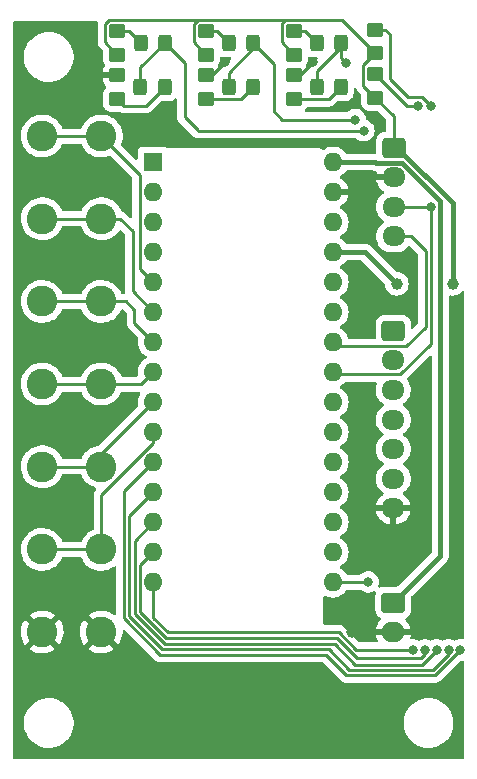
<source format=gbr>
%TF.GenerationSoftware,KiCad,Pcbnew,(6.0.5)*%
%TF.CreationDate,2022-06-02T23:03:52-07:00*%
%TF.ProjectId,arduino-autofire,61726475-696e-46f2-9d61-75746f666972,rev?*%
%TF.SameCoordinates,Original*%
%TF.FileFunction,Copper,L1,Top*%
%TF.FilePolarity,Positive*%
%FSLAX46Y46*%
G04 Gerber Fmt 4.6, Leading zero omitted, Abs format (unit mm)*
G04 Created by KiCad (PCBNEW (6.0.5)) date 2022-06-02 23:03:52*
%MOMM*%
%LPD*%
G01*
G04 APERTURE LIST*
G04 Aperture macros list*
%AMRoundRect*
0 Rectangle with rounded corners*
0 $1 Rounding radius*
0 $2 $3 $4 $5 $6 $7 $8 $9 X,Y pos of 4 corners*
0 Add a 4 corners polygon primitive as box body*
4,1,4,$2,$3,$4,$5,$6,$7,$8,$9,$2,$3,0*
0 Add four circle primitives for the rounded corners*
1,1,$1+$1,$2,$3*
1,1,$1+$1,$4,$5*
1,1,$1+$1,$6,$7*
1,1,$1+$1,$8,$9*
0 Add four rect primitives between the rounded corners*
20,1,$1+$1,$2,$3,$4,$5,0*
20,1,$1+$1,$4,$5,$6,$7,0*
20,1,$1+$1,$6,$7,$8,$9,0*
20,1,$1+$1,$8,$9,$2,$3,0*%
G04 Aperture macros list end*
%TA.AperFunction,SMDPad,CuDef*%
%ADD10RoundRect,0.250000X0.450000X-0.350000X0.450000X0.350000X-0.450000X0.350000X-0.450000X-0.350000X0*%
%TD*%
%TA.AperFunction,SMDPad,CuDef*%
%ADD11RoundRect,0.250000X0.325000X0.450000X-0.325000X0.450000X-0.325000X-0.450000X0.325000X-0.450000X0*%
%TD*%
%TA.AperFunction,ComponentPad*%
%ADD12C,2.600000*%
%TD*%
%TA.AperFunction,ComponentPad*%
%ADD13RoundRect,0.250000X-0.750000X0.600000X-0.750000X-0.600000X0.750000X-0.600000X0.750000X0.600000X0*%
%TD*%
%TA.AperFunction,ComponentPad*%
%ADD14O,2.000000X1.700000*%
%TD*%
%TA.AperFunction,ComponentPad*%
%ADD15RoundRect,0.250000X-0.725000X0.600000X-0.725000X-0.600000X0.725000X-0.600000X0.725000X0.600000X0*%
%TD*%
%TA.AperFunction,ComponentPad*%
%ADD16O,1.950000X1.700000*%
%TD*%
%TA.AperFunction,ComponentPad*%
%ADD17R,1.600000X1.600000*%
%TD*%
%TA.AperFunction,ComponentPad*%
%ADD18O,1.600000X1.600000*%
%TD*%
%TA.AperFunction,ViaPad*%
%ADD19C,1.000000*%
%TD*%
%TA.AperFunction,ViaPad*%
%ADD20C,0.800000*%
%TD*%
%TA.AperFunction,Conductor*%
%ADD21C,0.250000*%
%TD*%
%TA.AperFunction,Conductor*%
%ADD22C,0.400000*%
%TD*%
G04 APERTURE END LIST*
D10*
%TO.P,R4,1*%
%TO.N,Net-(D4-Pad1)*%
X121350000Y-70850000D03*
%TO.P,R4,2*%
%TO.N,GND*%
X121350000Y-68850000D03*
%TD*%
%TO.P,R5,1*%
%TO.N,+5V*%
X128850000Y-67100000D03*
%TO.P,R5,2*%
%TO.N,Net-(D2-Pad2)*%
X128850000Y-65100000D03*
%TD*%
D11*
%TO.P,D4,1,K*%
%TO.N,Net-(D4-Pad1)*%
X125350000Y-69850000D03*
%TO.P,D4,2,A*%
%TO.N,/LED14*%
X123300000Y-69850000D03*
%TD*%
D12*
%TO.P,BTN_GND1,1,Pin_1*%
%TO.N,GND*%
X120000000Y-116000000D03*
X115000000Y-116000000D03*
%TD*%
D11*
%TO.P,D1,1,K*%
%TO.N,/LED14*%
X125375000Y-66100000D03*
%TO.P,D1,2,A*%
%TO.N,Net-(D1-Pad2)*%
X123325000Y-66100000D03*
%TD*%
%TO.P,D2,1,K*%
%TO.N,/LED25*%
X132825000Y-66100000D03*
%TO.P,D2,2,A*%
%TO.N,Net-(D2-Pad2)*%
X130775000Y-66100000D03*
%TD*%
D13*
%TO.P,J1,1,Pin_1*%
%TO.N,Net-(A1-Pad30)*%
X144717500Y-113500000D03*
D14*
%TO.P,J1,2,Pin_2*%
%TO.N,GND*%
X144717500Y-116000000D03*
%TD*%
D11*
%TO.P,D3,1,K*%
%TO.N,/LED36*%
X140275000Y-66100000D03*
%TO.P,D3,2,A*%
%TO.N,Net-(D3-Pad2)*%
X138225000Y-66100000D03*
%TD*%
D15*
%TO.P,J2,1,Pin_1*%
%TO.N,Net-(A1-Pad11)*%
X144717500Y-90500000D03*
D16*
%TO.P,J2,2,Pin_2*%
%TO.N,Net-(A1-Pad12)*%
X144717500Y-93000000D03*
%TO.P,J2,3,Pin_3*%
%TO.N,Net-(A1-Pad13)*%
X144717500Y-95500000D03*
%TO.P,J2,4,Pin_4*%
%TO.N,Net-(A1-Pad14)*%
X144717500Y-98000000D03*
%TO.P,J2,5,Pin_5*%
%TO.N,Net-(A1-Pad15)*%
X144717500Y-100500000D03*
%TO.P,J2,6,Pin_6*%
%TO.N,Net-(A1-Pad16)*%
X144717500Y-103000000D03*
%TO.P,J2,7,Pin_7*%
%TO.N,GND*%
X144717500Y-105500000D03*
%TD*%
D11*
%TO.P,D6,1,K*%
%TO.N,Net-(D6-Pad1)*%
X140275000Y-69850000D03*
%TO.P,D6,2,A*%
%TO.N,/LED36*%
X138225000Y-69850000D03*
%TD*%
D10*
%TO.P,R1,1*%
%TO.N,+5V*%
X143200000Y-67000000D03*
%TO.P,R1,2*%
%TO.N,Net-(A1-Pad23)*%
X143200000Y-65000000D03*
%TD*%
%TO.P,R8,1*%
%TO.N,Net-(D6-Pad1)*%
X136300000Y-70850000D03*
%TO.P,R8,2*%
%TO.N,GND*%
X136300000Y-68850000D03*
%TD*%
%TO.P,R6,1*%
%TO.N,Net-(D5-Pad1)*%
X128850000Y-70850000D03*
%TO.P,R6,2*%
%TO.N,GND*%
X128850000Y-68850000D03*
%TD*%
D12*
%TO.P,BUTTON_2,1,Pin_1*%
%TO.N,Net-(A1-Pad6)*%
X115000000Y-81000000D03*
X120000000Y-81000000D03*
%TD*%
%TO.P,BUTTON_5,1,Pin_1*%
%TO.N,Net-(A1-Pad9)*%
X120000000Y-102000000D03*
X115000000Y-102000000D03*
%TD*%
%TO.P,BUTTON_1,1,Pin_1*%
%TO.N,Net-(A1-Pad5)*%
X120000000Y-74000000D03*
X115000000Y-74000000D03*
%TD*%
D11*
%TO.P,D5,1,K*%
%TO.N,Net-(D5-Pad1)*%
X132825000Y-69850000D03*
%TO.P,D5,2,A*%
%TO.N,/LED25*%
X130775000Y-69850000D03*
%TD*%
D12*
%TO.P,BUTTON_6,1,Pin_1*%
%TO.N,Net-(A1-Pad10)*%
X120000000Y-109000000D03*
X115000000Y-109000000D03*
%TD*%
D10*
%TO.P,R7,1*%
%TO.N,+5V*%
X136300000Y-67100000D03*
%TO.P,R7,2*%
%TO.N,Net-(D3-Pad2)*%
X136300000Y-65100000D03*
%TD*%
%TO.P,R2,1*%
%TO.N,+5V*%
X143200000Y-70750000D03*
%TO.P,R2,2*%
%TO.N,Net-(A1-Pad24)*%
X143200000Y-68750000D03*
%TD*%
D17*
%TO.P,A1,1,D1/TX*%
%TO.N,unconnected-(A1-Pad1)*%
X124390000Y-76200000D03*
D18*
%TO.P,A1,2,D0/RX*%
%TO.N,unconnected-(A1-Pad2)*%
X124390000Y-78740000D03*
%TO.P,A1,3,~{RESET}*%
%TO.N,unconnected-(A1-Pad3)*%
X124390000Y-81280000D03*
%TO.P,A1,4,GND*%
%TO.N,GND*%
X124390000Y-83820000D03*
%TO.P,A1,5,D2*%
%TO.N,Net-(A1-Pad5)*%
X124390000Y-86360000D03*
%TO.P,A1,6,D3*%
%TO.N,Net-(A1-Pad6)*%
X124390000Y-88900000D03*
%TO.P,A1,7,D4*%
%TO.N,Net-(A1-Pad7)*%
X124390000Y-91440000D03*
%TO.P,A1,8,D5*%
%TO.N,Net-(A1-Pad8)*%
X124390000Y-93980000D03*
%TO.P,A1,9,D6*%
%TO.N,Net-(A1-Pad9)*%
X124390000Y-96520000D03*
%TO.P,A1,10,D7*%
%TO.N,Net-(A1-Pad10)*%
X124390000Y-99060000D03*
%TO.P,A1,11,D8*%
%TO.N,Net-(A1-Pad11)*%
X124390000Y-101600000D03*
%TO.P,A1,12,D9*%
%TO.N,Net-(A1-Pad12)*%
X124390000Y-104140000D03*
%TO.P,A1,13,D10*%
%TO.N,Net-(A1-Pad13)*%
X124390000Y-106680000D03*
%TO.P,A1,14,D11*%
%TO.N,Net-(A1-Pad14)*%
X124390000Y-109220000D03*
%TO.P,A1,15,D12*%
%TO.N,Net-(A1-Pad15)*%
X124390000Y-111760000D03*
%TO.P,A1,16,D13*%
%TO.N,Net-(A1-Pad16)*%
X139630000Y-111760000D03*
%TO.P,A1,17,3V3*%
%TO.N,unconnected-(A1-Pad17)*%
X139630000Y-109220000D03*
%TO.P,A1,18,AREF*%
%TO.N,unconnected-(A1-Pad18)*%
X139630000Y-106680000D03*
%TO.P,A1,19,A0*%
%TO.N,/LED14*%
X139630000Y-104140000D03*
%TO.P,A1,20,A1*%
%TO.N,/LED25*%
X139630000Y-101600000D03*
%TO.P,A1,21,A2*%
%TO.N,/LED36*%
X139630000Y-99060000D03*
%TO.P,A1,22,A3*%
%TO.N,unconnected-(A1-Pad22)*%
X139630000Y-96520000D03*
%TO.P,A1,23,A4*%
%TO.N,Net-(A1-Pad23)*%
X139630000Y-93980000D03*
%TO.P,A1,24,A5*%
%TO.N,Net-(A1-Pad24)*%
X139630000Y-91440000D03*
%TO.P,A1,25,A6*%
%TO.N,unconnected-(A1-Pad25)*%
X139630000Y-88900000D03*
%TO.P,A1,26,A7*%
%TO.N,unconnected-(A1-Pad26)*%
X139630000Y-86360000D03*
%TO.P,A1,27,+5V*%
%TO.N,+5V*%
X139630000Y-83820000D03*
%TO.P,A1,28,~{RESET}*%
%TO.N,unconnected-(A1-Pad28)*%
X139630000Y-81280000D03*
%TO.P,A1,29,GND*%
%TO.N,GND*%
X139630000Y-78740000D03*
%TO.P,A1,30,VIN*%
%TO.N,Net-(A1-Pad30)*%
X139630000Y-76200000D03*
%TD*%
D10*
%TO.P,R3,1*%
%TO.N,+5V*%
X121350000Y-67100000D03*
%TO.P,R3,2*%
%TO.N,Net-(D1-Pad2)*%
X121350000Y-65100000D03*
%TD*%
D12*
%TO.P,BUTTON_4,1,Pin_1*%
%TO.N,Net-(A1-Pad8)*%
X120000000Y-95000000D03*
X115000000Y-95000000D03*
%TD*%
%TO.P,BUTTON_3,1,Pin_1*%
%TO.N,Net-(A1-Pad7)*%
X115000000Y-88000000D03*
X120000000Y-88000000D03*
%TD*%
D15*
%TO.P,J3,1,Pin_1*%
%TO.N,+5V*%
X144750000Y-75000000D03*
D16*
%TO.P,J3,2,Pin_2*%
%TO.N,GND*%
X144750000Y-77500000D03*
%TO.P,J3,3,Pin_3*%
%TO.N,Net-(A1-Pad23)*%
X144750000Y-80000000D03*
%TO.P,J3,4,Pin_4*%
%TO.N,Net-(A1-Pad24)*%
X144750000Y-82500000D03*
%TD*%
D19*
%TO.N,GND*%
X144750000Y-109250000D03*
X142000000Y-103750000D03*
X141250000Y-108000000D03*
D20*
X130500000Y-67750000D03*
D19*
X141250000Y-113500000D03*
X141250000Y-110500000D03*
D20*
X137962701Y-67712701D03*
D19*
X141250000Y-105500000D03*
X141250000Y-116000000D03*
D20*
%TO.N,Net-(A1-Pad11)*%
X150400000Y-117500000D03*
%TO.N,Net-(A1-Pad12)*%
X149398509Y-117500000D03*
%TO.N,Net-(A1-Pad13)*%
X148399006Y-117500000D03*
%TO.N,Net-(A1-Pad14)*%
X147399503Y-117500000D03*
%TO.N,Net-(A1-Pad15)*%
X146400000Y-117500000D03*
%TO.N,Net-(A1-Pad16)*%
X142600000Y-111750000D03*
%TO.N,/LED14*%
X142224500Y-73550000D03*
%TO.N,/LED25*%
X141500000Y-72600000D03*
%TO.N,/LED36*%
X140700000Y-67800000D03*
%TO.N,Net-(A1-Pad23)*%
X147900000Y-71450000D03*
X147900000Y-80000000D03*
%TO.N,Net-(A1-Pad24)*%
X146800000Y-71450000D03*
D19*
%TO.N,+5V*%
X145000000Y-86500000D03*
X149750000Y-86500000D03*
%TD*%
D21*
%TO.N,GND*%
X128850000Y-68850000D02*
X129400000Y-68850000D01*
X136825402Y-68850000D02*
X137962701Y-67712701D01*
X136300000Y-68850000D02*
X136825402Y-68850000D01*
X129400000Y-68850000D02*
X130500000Y-67750000D01*
%TO.N,Net-(A1-Pad5)*%
X120000000Y-74000000D02*
X123265489Y-77265489D01*
X115000000Y-74000000D02*
X120000000Y-74000000D01*
X123265489Y-77265489D02*
X123265489Y-85235489D01*
X123265489Y-85235489D02*
X124390000Y-86360000D01*
%TO.N,Net-(A1-Pad6)*%
X121600000Y-81000000D02*
X122650000Y-82050000D01*
X120000000Y-81000000D02*
X121600000Y-81000000D01*
X115000000Y-81000000D02*
X120000000Y-81000000D01*
X122650000Y-87160000D02*
X124390000Y-88900000D01*
X122650000Y-82050000D02*
X122650000Y-87160000D01*
%TO.N,Net-(A1-Pad7)*%
X115000000Y-88000000D02*
X120000000Y-88000000D01*
X120000000Y-88000000D02*
X122100000Y-88000000D01*
X122800000Y-88700000D02*
X122800000Y-89850000D01*
X122100000Y-88000000D02*
X122800000Y-88700000D01*
X122800000Y-89850000D02*
X124390000Y-91440000D01*
%TO.N,Net-(A1-Pad8)*%
X115000000Y-95000000D02*
X120000000Y-95000000D01*
X120000000Y-95000000D02*
X123370000Y-95000000D01*
X123370000Y-95000000D02*
X124390000Y-93980000D01*
%TO.N,Net-(A1-Pad9)*%
X120000000Y-100910000D02*
X124390000Y-96520000D01*
X120000000Y-102000000D02*
X120000000Y-100910000D01*
X115000000Y-102000000D02*
X120000000Y-102000000D01*
%TO.N,Net-(A1-Pad10)*%
X124390000Y-100009700D02*
X124390000Y-99060000D01*
X120000000Y-109000000D02*
X120000000Y-104399700D01*
X120000000Y-104399700D02*
X124390000Y-100009700D01*
X115000000Y-109000000D02*
X120000000Y-109000000D01*
%TO.N,Net-(A1-Pad11)*%
X124390000Y-101600000D02*
X121916929Y-104073071D01*
X148274083Y-119649040D02*
X150400000Y-117523123D01*
X139000000Y-117899040D02*
X140750000Y-119649040D01*
X140750000Y-119649040D02*
X148274083Y-119649040D01*
X150400000Y-117523123D02*
X150400000Y-117500000D01*
X121916929Y-114836605D02*
X124979366Y-117899040D01*
X124979366Y-117899040D02*
X139000000Y-117899040D01*
X121916929Y-104073071D02*
X121916929Y-114836605D01*
%TO.N,Net-(A1-Pad12)*%
X125165563Y-117449520D02*
X139250000Y-117449520D01*
X149398509Y-117851491D02*
X149398509Y-117500000D01*
X122366449Y-114650407D02*
X125165563Y-117449520D01*
X141000000Y-119199520D02*
X148050480Y-119199520D01*
X124390000Y-104140000D02*
X122366449Y-106163551D01*
X122366449Y-106163551D02*
X122366449Y-114650407D01*
X148050480Y-119199520D02*
X149398509Y-117851491D01*
X139250000Y-117449520D02*
X141000000Y-119199520D01*
%TO.N,Net-(A1-Pad13)*%
X147174117Y-118750000D02*
X148399006Y-117525111D01*
X124390000Y-106680000D02*
X122815969Y-108254031D01*
X122815969Y-114464209D02*
X125351760Y-117000000D01*
X122815969Y-108254031D02*
X122815969Y-114464209D01*
X125351760Y-117000000D02*
X139750000Y-117000000D01*
X139750000Y-117000000D02*
X141500000Y-118750000D01*
X148399006Y-117525111D02*
X148399006Y-117500000D01*
X141500000Y-118750000D02*
X147174117Y-118750000D01*
%TO.N,Net-(A1-Pad14)*%
X124390000Y-109220000D02*
X123265489Y-110344511D01*
X125487478Y-116500000D02*
X139948246Y-116500000D01*
X123265489Y-110344511D02*
X123265489Y-114278011D01*
X123265489Y-114278011D02*
X125487478Y-116500000D01*
X141672757Y-118224511D02*
X147025489Y-118224511D01*
X147399503Y-117850497D02*
X147399503Y-117500000D01*
X147025489Y-118224511D02*
X147399503Y-117850497D01*
X139948246Y-116500000D02*
X141672757Y-118224511D01*
%TO.N,Net-(A1-Pad15)*%
X124390000Y-114766804D02*
X124390000Y-111760000D01*
X146400000Y-117500000D02*
X141583964Y-117500000D01*
X140108984Y-116025020D02*
X125648216Y-116025020D01*
X141583964Y-117500000D02*
X140108984Y-116025020D01*
X125648216Y-116025020D02*
X124390000Y-114766804D01*
%TO.N,Net-(A1-Pad16)*%
X142590000Y-111760000D02*
X139630000Y-111760000D01*
X142600000Y-111750000D02*
X142590000Y-111760000D01*
%TO.N,/LED14*%
X125375000Y-66100000D02*
X127050000Y-67775000D01*
X127050000Y-72400000D02*
X128150000Y-73500000D01*
X128200000Y-73550000D02*
X142224500Y-73550000D01*
X125375000Y-66100000D02*
X123300000Y-68175000D01*
X123300000Y-68175000D02*
X123300000Y-69850000D01*
X127050000Y-67775000D02*
X127050000Y-70650000D01*
X127050000Y-70650000D02*
X127050000Y-72400000D01*
X128150000Y-73500000D02*
X128200000Y-73550000D01*
%TO.N,/LED25*%
X134600000Y-67875000D02*
X134600000Y-70900000D01*
X134600000Y-71900000D02*
X135300000Y-72600000D01*
X132825000Y-66100000D02*
X134600000Y-67875000D01*
X132825000Y-66100000D02*
X132825000Y-66575000D01*
X134600000Y-70900000D02*
X134600000Y-71900000D01*
X132825000Y-66575000D02*
X130775000Y-68625000D01*
X130775000Y-68625000D02*
X130775000Y-69850000D01*
X135300000Y-72600000D02*
X141500000Y-72600000D01*
%TO.N,/LED36*%
X140275000Y-66100000D02*
X140275000Y-67375000D01*
X138225000Y-68475000D02*
X138225000Y-69850000D01*
X140275000Y-66100000D02*
X140275000Y-66425000D01*
X140275000Y-66425000D02*
X138225000Y-68475000D01*
X140275000Y-67375000D02*
X140700000Y-67800000D01*
%TO.N,Net-(A1-Pad23)*%
X147175489Y-70725489D02*
X145975489Y-70725489D01*
X144400000Y-65350000D02*
X144050000Y-65000000D01*
X147900000Y-91603522D02*
X147900000Y-80000000D01*
X145329002Y-94174520D02*
X147900000Y-91603522D01*
X147900000Y-80000000D02*
X144750000Y-80000000D01*
X147900000Y-71450000D02*
X147175489Y-70725489D01*
X144050000Y-65000000D02*
X143200000Y-65000000D01*
X145975489Y-70725489D02*
X144400000Y-69150000D01*
X139630000Y-93980000D02*
X139824520Y-94174520D01*
X144400000Y-69150000D02*
X144400000Y-65350000D01*
X139824520Y-94174520D02*
X145329002Y-94174520D01*
%TO.N,Net-(A1-Pad24)*%
X145800000Y-91800000D02*
X147450480Y-90149520D01*
X143200000Y-68750000D02*
X145900000Y-71450000D01*
X146200000Y-82500000D02*
X144750000Y-82500000D01*
X145900000Y-71450000D02*
X146800000Y-71450000D01*
X147450480Y-83750480D02*
X146200000Y-82500000D01*
X147450480Y-90149520D02*
X147450480Y-83750480D01*
X139630000Y-91440000D02*
X139990000Y-91800000D01*
X139990000Y-91800000D02*
X145800000Y-91800000D01*
D22*
%TO.N,+5V*%
X145048329Y-75000000D02*
X144750000Y-75000000D01*
D21*
X135574520Y-64175480D02*
X135275480Y-64474520D01*
X143200000Y-67000000D02*
X142175480Y-68024520D01*
X142175480Y-68024520D02*
X142175480Y-69725480D01*
X135275480Y-64474520D02*
X135275480Y-66075480D01*
X120325480Y-66075480D02*
X121350000Y-67100000D01*
X135574520Y-64175480D02*
X128324520Y-64175480D01*
D22*
X139630000Y-83820000D02*
X142320000Y-83820000D01*
D21*
X127825480Y-66075480D02*
X128850000Y-67100000D01*
X127825480Y-64512027D02*
X127825480Y-66075480D01*
X128324520Y-64175480D02*
X128162027Y-64175480D01*
X120325480Y-64512027D02*
X120325480Y-66075480D01*
X120662027Y-64175480D02*
X120325480Y-64512027D01*
D22*
X149750000Y-86500000D02*
X149750000Y-79701671D01*
X142320000Y-83820000D02*
X145000000Y-86500000D01*
X149750000Y-79701671D02*
X145048329Y-75000000D01*
D21*
X135275480Y-66075480D02*
X136300000Y-67100000D01*
X144750000Y-72300000D02*
X144750000Y-75000000D01*
X128162027Y-64175480D02*
X127825480Y-64512027D01*
X135574520Y-64175480D02*
X140375480Y-64175480D01*
X142175480Y-69725480D02*
X143200000Y-70750000D01*
X140375480Y-64175480D02*
X143200000Y-67000000D01*
X143200000Y-70750000D02*
X144750000Y-72300000D01*
X128324520Y-64175480D02*
X120662027Y-64175480D01*
D22*
%TO.N,Net-(A1-Pad30)*%
X143200000Y-76200000D02*
X139630000Y-76200000D01*
X148699511Y-79499031D02*
X145450480Y-76250000D01*
X145450480Y-76250000D02*
X143250000Y-76250000D01*
X148699511Y-109517989D02*
X148699511Y-79499031D01*
X144717500Y-113500000D02*
X148699511Y-109517989D01*
X143250000Y-76250000D02*
X143200000Y-76200000D01*
D21*
%TO.N,Net-(D1-Pad2)*%
X121350000Y-65100000D02*
X122325000Y-65100000D01*
X122325000Y-65100000D02*
X123325000Y-66100000D01*
%TO.N,Net-(D3-Pad2)*%
X136300000Y-65100000D02*
X137225000Y-65100000D01*
X137225000Y-65100000D02*
X138225000Y-66100000D01*
%TO.N,Net-(D4-Pad1)*%
X121950000Y-71450000D02*
X123750000Y-71450000D01*
X123750000Y-71450000D02*
X125350000Y-69850000D01*
X121350000Y-70850000D02*
X121950000Y-71450000D01*
%TO.N,Net-(D6-Pad1)*%
X139250480Y-70874520D02*
X140275000Y-69850000D01*
X136300000Y-70850000D02*
X136324520Y-70874520D01*
X136324520Y-70874520D02*
X139250480Y-70874520D01*
%TO.N,Net-(D2-Pad2)*%
X129775000Y-65100000D02*
X130775000Y-66100000D01*
X128850000Y-65100000D02*
X129775000Y-65100000D01*
%TO.N,Net-(D5-Pad1)*%
X128874520Y-70874520D02*
X131800480Y-70874520D01*
X131800480Y-70874520D02*
X132825000Y-69850000D01*
X128850000Y-70850000D02*
X128874520Y-70874520D01*
%TD*%
%TA.AperFunction,Conductor*%
%TO.N,GND*%
G36*
X119642209Y-64278502D02*
G01*
X119688702Y-64332158D01*
X119698806Y-64402432D01*
X119696129Y-64415835D01*
X119693952Y-64424313D01*
X119693951Y-64424319D01*
X119691980Y-64431997D01*
X119691980Y-64452251D01*
X119690429Y-64471961D01*
X119687260Y-64491970D01*
X119688006Y-64499862D01*
X119691421Y-64535988D01*
X119691980Y-64547846D01*
X119691980Y-65996713D01*
X119691453Y-66007896D01*
X119689778Y-66015389D01*
X119690027Y-66023315D01*
X119690027Y-66023316D01*
X119691918Y-66083466D01*
X119691980Y-66087425D01*
X119691980Y-66115336D01*
X119692477Y-66119270D01*
X119692477Y-66119271D01*
X119692485Y-66119336D01*
X119693418Y-66131173D01*
X119694807Y-66175369D01*
X119700458Y-66194819D01*
X119704467Y-66214180D01*
X119707006Y-66234277D01*
X119709925Y-66241648D01*
X119709925Y-66241650D01*
X119723284Y-66275392D01*
X119727129Y-66286622D01*
X119739462Y-66329073D01*
X119743495Y-66335892D01*
X119743497Y-66335897D01*
X119749773Y-66346508D01*
X119758468Y-66364256D01*
X119765928Y-66383097D01*
X119770590Y-66389513D01*
X119770590Y-66389514D01*
X119791916Y-66418867D01*
X119798432Y-66428787D01*
X119820938Y-66466842D01*
X119835259Y-66481163D01*
X119848099Y-66496196D01*
X119860008Y-66512587D01*
X119866114Y-66517638D01*
X119894085Y-66540778D01*
X119902864Y-66548768D01*
X120104595Y-66750499D01*
X120138621Y-66812811D01*
X120141500Y-66839594D01*
X120141500Y-67500400D01*
X120141837Y-67503646D01*
X120141837Y-67503650D01*
X120150133Y-67583599D01*
X120152474Y-67606166D01*
X120208450Y-67773946D01*
X120212304Y-67780174D01*
X120212305Y-67780176D01*
X120245584Y-67833953D01*
X120287197Y-67901198D01*
X120292058Y-67909054D01*
X120310896Y-67977506D01*
X120292174Y-68041472D01*
X120212186Y-68171238D01*
X120206037Y-68184424D01*
X120154862Y-68338710D01*
X120151995Y-68352086D01*
X120142328Y-68446438D01*
X120142000Y-68452855D01*
X120142000Y-68577885D01*
X120146475Y-68593124D01*
X120147865Y-68594329D01*
X120155548Y-68596000D01*
X121478000Y-68596000D01*
X121546121Y-68616002D01*
X121592614Y-68669658D01*
X121604000Y-68722000D01*
X121604000Y-68978000D01*
X121583998Y-69046121D01*
X121530342Y-69092614D01*
X121478000Y-69104000D01*
X120160116Y-69104000D01*
X120144877Y-69108475D01*
X120143672Y-69109865D01*
X120142001Y-69117548D01*
X120142001Y-69247095D01*
X120142338Y-69253614D01*
X120152257Y-69349206D01*
X120155149Y-69362600D01*
X120206588Y-69516784D01*
X120212761Y-69529962D01*
X120298063Y-69667807D01*
X120307099Y-69679208D01*
X120388462Y-69760430D01*
X120422541Y-69822713D01*
X120417538Y-69893533D01*
X120388617Y-69938620D01*
X120305870Y-70021512D01*
X120305866Y-70021517D01*
X120300695Y-70026697D01*
X120296855Y-70032927D01*
X120296854Y-70032928D01*
X120240538Y-70124290D01*
X120207885Y-70177262D01*
X120152203Y-70345139D01*
X120141500Y-70449600D01*
X120141500Y-71250400D01*
X120141837Y-71253646D01*
X120141837Y-71253650D01*
X120150796Y-71339992D01*
X120152474Y-71356166D01*
X120154655Y-71362702D01*
X120154655Y-71362704D01*
X120179439Y-71436989D01*
X120208450Y-71523946D01*
X120301522Y-71674348D01*
X120306704Y-71679521D01*
X120326523Y-71699305D01*
X120426697Y-71799305D01*
X120432927Y-71803145D01*
X120432928Y-71803146D01*
X120570090Y-71887694D01*
X120577262Y-71892115D01*
X120637048Y-71911945D01*
X120738611Y-71945632D01*
X120738613Y-71945632D01*
X120745139Y-71947797D01*
X120751975Y-71948497D01*
X120751978Y-71948498D01*
X120784286Y-71951808D01*
X120849600Y-71958500D01*
X121527620Y-71958500D01*
X121588331Y-71974091D01*
X121592441Y-71976351D01*
X121608956Y-71987199D01*
X121624959Y-71999613D01*
X121665543Y-72017176D01*
X121676173Y-72022383D01*
X121714940Y-72043695D01*
X121722617Y-72045666D01*
X121722622Y-72045668D01*
X121734558Y-72048732D01*
X121753266Y-72055137D01*
X121771855Y-72063181D01*
X121779683Y-72064421D01*
X121779690Y-72064423D01*
X121815524Y-72070099D01*
X121827144Y-72072505D01*
X121858959Y-72080673D01*
X121869970Y-72083500D01*
X121890224Y-72083500D01*
X121909934Y-72085051D01*
X121929943Y-72088220D01*
X121937835Y-72087474D01*
X121956580Y-72085702D01*
X121973962Y-72084059D01*
X121985819Y-72083500D01*
X123671233Y-72083500D01*
X123682416Y-72084027D01*
X123689909Y-72085702D01*
X123697835Y-72085453D01*
X123697836Y-72085453D01*
X123757986Y-72083562D01*
X123761945Y-72083500D01*
X123789856Y-72083500D01*
X123793791Y-72083003D01*
X123793856Y-72082995D01*
X123805693Y-72082062D01*
X123837951Y-72081048D01*
X123841970Y-72080922D01*
X123849889Y-72080673D01*
X123869343Y-72075021D01*
X123888700Y-72071013D01*
X123900930Y-72069468D01*
X123900931Y-72069468D01*
X123908797Y-72068474D01*
X123916168Y-72065555D01*
X123916170Y-72065555D01*
X123949912Y-72052196D01*
X123961142Y-72048351D01*
X123995983Y-72038229D01*
X123995984Y-72038229D01*
X124003593Y-72036018D01*
X124010412Y-72031985D01*
X124010417Y-72031983D01*
X124021028Y-72025707D01*
X124038776Y-72017012D01*
X124057617Y-72009552D01*
X124077987Y-71994753D01*
X124093387Y-71983564D01*
X124103307Y-71977048D01*
X124134535Y-71958580D01*
X124134538Y-71958578D01*
X124141362Y-71954542D01*
X124155683Y-71940221D01*
X124170717Y-71927380D01*
X124172431Y-71926135D01*
X124187107Y-71915472D01*
X124215298Y-71881395D01*
X124223288Y-71872616D01*
X125000499Y-71095405D01*
X125062811Y-71061379D01*
X125089594Y-71058500D01*
X125725400Y-71058500D01*
X125728646Y-71058163D01*
X125728650Y-71058163D01*
X125824308Y-71048238D01*
X125824312Y-71048237D01*
X125831166Y-71047526D01*
X125837702Y-71045345D01*
X125837704Y-71045345D01*
X125991998Y-70993868D01*
X125998946Y-70991550D01*
X126149348Y-70898478D01*
X126154521Y-70893296D01*
X126154526Y-70893292D01*
X126201327Y-70846409D01*
X126263609Y-70812329D01*
X126334429Y-70817332D01*
X126391302Y-70859829D01*
X126416171Y-70926327D01*
X126416500Y-70935426D01*
X126416500Y-72321233D01*
X126415973Y-72332416D01*
X126414298Y-72339909D01*
X126414547Y-72347835D01*
X126414547Y-72347836D01*
X126416438Y-72407986D01*
X126416500Y-72411945D01*
X126416500Y-72439856D01*
X126416997Y-72443790D01*
X126416997Y-72443791D01*
X126417005Y-72443856D01*
X126417938Y-72455693D01*
X126419327Y-72499889D01*
X126424978Y-72519339D01*
X126428987Y-72538700D01*
X126431526Y-72558797D01*
X126434445Y-72566168D01*
X126434445Y-72566170D01*
X126447804Y-72599912D01*
X126451649Y-72611142D01*
X126459643Y-72638658D01*
X126463982Y-72653593D01*
X126468015Y-72660412D01*
X126468017Y-72660417D01*
X126474293Y-72671028D01*
X126482988Y-72688776D01*
X126490448Y-72707617D01*
X126495110Y-72714033D01*
X126495110Y-72714034D01*
X126516436Y-72743387D01*
X126522952Y-72753307D01*
X126535645Y-72774769D01*
X126545458Y-72791362D01*
X126559779Y-72805683D01*
X126572619Y-72820716D01*
X126584528Y-72837107D01*
X126590634Y-72842158D01*
X126618605Y-72865298D01*
X126627384Y-72873288D01*
X127696348Y-73942253D01*
X127703888Y-73950539D01*
X127708000Y-73957018D01*
X127713777Y-73962443D01*
X127757667Y-74003658D01*
X127760509Y-74006413D01*
X127780231Y-74026135D01*
X127783355Y-74028558D01*
X127783359Y-74028562D01*
X127783424Y-74028612D01*
X127792445Y-74036317D01*
X127824679Y-74066586D01*
X127831627Y-74070405D01*
X127831629Y-74070407D01*
X127842432Y-74076346D01*
X127858959Y-74087202D01*
X127868698Y-74094757D01*
X127868700Y-74094758D01*
X127874960Y-74099614D01*
X127915540Y-74117174D01*
X127926188Y-74122391D01*
X127964940Y-74143695D01*
X127972616Y-74145666D01*
X127972619Y-74145667D01*
X127984562Y-74148733D01*
X128003267Y-74155137D01*
X128021855Y-74163181D01*
X128029678Y-74164420D01*
X128029688Y-74164423D01*
X128065524Y-74170099D01*
X128077144Y-74172505D01*
X128112289Y-74181528D01*
X128119970Y-74183500D01*
X128140224Y-74183500D01*
X128159934Y-74185051D01*
X128179943Y-74188220D01*
X128187835Y-74187474D01*
X128223961Y-74184059D01*
X128235819Y-74183500D01*
X141516300Y-74183500D01*
X141584421Y-74203502D01*
X141603647Y-74219843D01*
X141603920Y-74219540D01*
X141608832Y-74223963D01*
X141613247Y-74228866D01*
X141767748Y-74341118D01*
X141773776Y-74343802D01*
X141773778Y-74343803D01*
X141936181Y-74416109D01*
X141942212Y-74418794D01*
X142035613Y-74438647D01*
X142122556Y-74457128D01*
X142122561Y-74457128D01*
X142129013Y-74458500D01*
X142319987Y-74458500D01*
X142326439Y-74457128D01*
X142326444Y-74457128D01*
X142413387Y-74438647D01*
X142506788Y-74418794D01*
X142512819Y-74416109D01*
X142675222Y-74343803D01*
X142675224Y-74343802D01*
X142681252Y-74341118D01*
X142835753Y-74228866D01*
X142840175Y-74223955D01*
X142959121Y-74091852D01*
X142959122Y-74091851D01*
X142963540Y-74086944D01*
X143038553Y-73957018D01*
X143055723Y-73927279D01*
X143055724Y-73927278D01*
X143059027Y-73921556D01*
X143118042Y-73739928D01*
X143121351Y-73708450D01*
X143137314Y-73556565D01*
X143138004Y-73550000D01*
X143129571Y-73469763D01*
X143118732Y-73366635D01*
X143118732Y-73366633D01*
X143118042Y-73360072D01*
X143059027Y-73178444D01*
X143055687Y-73172658D01*
X142966841Y-73018774D01*
X142963540Y-73013056D01*
X142900696Y-72943260D01*
X142840175Y-72876045D01*
X142840174Y-72876044D01*
X142835753Y-72871134D01*
X142708167Y-72778437D01*
X142686594Y-72762763D01*
X142686593Y-72762762D01*
X142681252Y-72758882D01*
X142675224Y-72756198D01*
X142675222Y-72756197D01*
X142512819Y-72683891D01*
X142512818Y-72683891D01*
X142506788Y-72681206D01*
X142500332Y-72679834D01*
X142496941Y-72678732D01*
X142438336Y-72638658D01*
X142410568Y-72572069D01*
X142409553Y-72562405D01*
X142396692Y-72440039D01*
X142394232Y-72416635D01*
X142394232Y-72416633D01*
X142393542Y-72410072D01*
X142334527Y-72228444D01*
X142329306Y-72219400D01*
X142277035Y-72128866D01*
X142239040Y-72063056D01*
X142227294Y-72050010D01*
X142115675Y-71926045D01*
X142115674Y-71926044D01*
X142111253Y-71921134D01*
X141999457Y-71839909D01*
X141962094Y-71812763D01*
X141962093Y-71812762D01*
X141956752Y-71808882D01*
X141950724Y-71806198D01*
X141950722Y-71806197D01*
X141788319Y-71733891D01*
X141788318Y-71733891D01*
X141782288Y-71731206D01*
X141688888Y-71711353D01*
X141601944Y-71692872D01*
X141601939Y-71692872D01*
X141595487Y-71691500D01*
X141404513Y-71691500D01*
X141398061Y-71692872D01*
X141398056Y-71692872D01*
X141311112Y-71711353D01*
X141217712Y-71731206D01*
X141211682Y-71733891D01*
X141211681Y-71733891D01*
X141049278Y-71806197D01*
X141049276Y-71806198D01*
X141043248Y-71808882D01*
X141037907Y-71812762D01*
X141037906Y-71812763D01*
X140955526Y-71872616D01*
X140888747Y-71921134D01*
X140884332Y-71926037D01*
X140879420Y-71930460D01*
X140878295Y-71929211D01*
X140824986Y-71962051D01*
X140791800Y-71966500D01*
X137360435Y-71966500D01*
X137292314Y-71946498D01*
X137245821Y-71892842D01*
X137235717Y-71822568D01*
X137265211Y-71757988D01*
X137271262Y-71751482D01*
X137287087Y-71735630D01*
X137349305Y-71673303D01*
X137414274Y-71567904D01*
X137467046Y-71520411D01*
X137521534Y-71508020D01*
X139171713Y-71508020D01*
X139182896Y-71508547D01*
X139190389Y-71510222D01*
X139198315Y-71509973D01*
X139198316Y-71509973D01*
X139258466Y-71508082D01*
X139262425Y-71508020D01*
X139290336Y-71508020D01*
X139294271Y-71507523D01*
X139294336Y-71507515D01*
X139306173Y-71506582D01*
X139338431Y-71505568D01*
X139342450Y-71505442D01*
X139350369Y-71505193D01*
X139369823Y-71499541D01*
X139389180Y-71495533D01*
X139401410Y-71493988D01*
X139401411Y-71493988D01*
X139409277Y-71492994D01*
X139416648Y-71490075D01*
X139416650Y-71490075D01*
X139450392Y-71476716D01*
X139461622Y-71472871D01*
X139496463Y-71462749D01*
X139496464Y-71462749D01*
X139504073Y-71460538D01*
X139510892Y-71456505D01*
X139510897Y-71456503D01*
X139521508Y-71450227D01*
X139539256Y-71441532D01*
X139558097Y-71434072D01*
X139572035Y-71423946D01*
X139593867Y-71408084D01*
X139603787Y-71401568D01*
X139635015Y-71383100D01*
X139635018Y-71383098D01*
X139641842Y-71379062D01*
X139656163Y-71364741D01*
X139671197Y-71351900D01*
X139687587Y-71339992D01*
X139715778Y-71305915D01*
X139723768Y-71297136D01*
X139925499Y-71095405D01*
X139987811Y-71061379D01*
X140014594Y-71058500D01*
X140650400Y-71058500D01*
X140653646Y-71058163D01*
X140653650Y-71058163D01*
X140749308Y-71048238D01*
X140749312Y-71048237D01*
X140756166Y-71047526D01*
X140762702Y-71045345D01*
X140762704Y-71045345D01*
X140916998Y-70993868D01*
X140923946Y-70991550D01*
X141074348Y-70898478D01*
X141199305Y-70773303D01*
X141267443Y-70662763D01*
X141288275Y-70628968D01*
X141288276Y-70628966D01*
X141292115Y-70622738D01*
X141347797Y-70454861D01*
X141358500Y-70350400D01*
X141358500Y-70049116D01*
X141378502Y-69980995D01*
X141432158Y-69934502D01*
X141502432Y-69924398D01*
X141567012Y-69953892D01*
X141592952Y-69984974D01*
X141599773Y-69996507D01*
X141608468Y-70014256D01*
X141615928Y-70033097D01*
X141620590Y-70039513D01*
X141620590Y-70039514D01*
X141641916Y-70068867D01*
X141648432Y-70078787D01*
X141655323Y-70090438D01*
X141670938Y-70116842D01*
X141685259Y-70131163D01*
X141698099Y-70146196D01*
X141710008Y-70162587D01*
X141741078Y-70188290D01*
X141744085Y-70190778D01*
X141752864Y-70198768D01*
X141954595Y-70400499D01*
X141988621Y-70462811D01*
X141991500Y-70489594D01*
X141991500Y-71150400D01*
X141991837Y-71153646D01*
X141991837Y-71153650D01*
X142001537Y-71247134D01*
X142002474Y-71256166D01*
X142004655Y-71262702D01*
X142004655Y-71262704D01*
X142038018Y-71362704D01*
X142058450Y-71423946D01*
X142151522Y-71574348D01*
X142276697Y-71699305D01*
X142282927Y-71703145D01*
X142282928Y-71703146D01*
X142383475Y-71765124D01*
X142427262Y-71792115D01*
X142460520Y-71803146D01*
X142588611Y-71845632D01*
X142588613Y-71845632D01*
X142595139Y-71847797D01*
X142601975Y-71848497D01*
X142601978Y-71848498D01*
X142645031Y-71852909D01*
X142699600Y-71858500D01*
X143360405Y-71858500D01*
X143428526Y-71878502D01*
X143449501Y-71895405D01*
X144079596Y-72525501D01*
X144113621Y-72587813D01*
X144116500Y-72614596D01*
X144116500Y-73515500D01*
X144096498Y-73583621D01*
X144042842Y-73630114D01*
X143990500Y-73641500D01*
X143974600Y-73641500D01*
X143971354Y-73641837D01*
X143971350Y-73641837D01*
X143875692Y-73651762D01*
X143875688Y-73651763D01*
X143868834Y-73652474D01*
X143862298Y-73654655D01*
X143862296Y-73654655D01*
X143730194Y-73698728D01*
X143701054Y-73708450D01*
X143550652Y-73801522D01*
X143425695Y-73926697D01*
X143421855Y-73932927D01*
X143421854Y-73932928D01*
X143337111Y-74070407D01*
X143332885Y-74077262D01*
X143312117Y-74139875D01*
X143281313Y-74232749D01*
X143277203Y-74245139D01*
X143266500Y-74349600D01*
X143266500Y-75365500D01*
X143246498Y-75433621D01*
X143192842Y-75480114D01*
X143140500Y-75491500D01*
X140796878Y-75491500D01*
X140728757Y-75471498D01*
X140693665Y-75437771D01*
X140639357Y-75360211D01*
X140639355Y-75360208D01*
X140636198Y-75355700D01*
X140474300Y-75193802D01*
X140469792Y-75190645D01*
X140469789Y-75190643D01*
X140338775Y-75098906D01*
X140286749Y-75062477D01*
X140281767Y-75060154D01*
X140281762Y-75060151D01*
X140084225Y-74968039D01*
X140084224Y-74968039D01*
X140079243Y-74965716D01*
X140073935Y-74964294D01*
X140073933Y-74964293D01*
X139863402Y-74907881D01*
X139863400Y-74907881D01*
X139858087Y-74906457D01*
X139630000Y-74886502D01*
X139401913Y-74906457D01*
X139396600Y-74907881D01*
X139396598Y-74907881D01*
X139186067Y-74964293D01*
X139186065Y-74964294D01*
X139180757Y-74965716D01*
X139175776Y-74968039D01*
X139175775Y-74968039D01*
X138978238Y-75060151D01*
X138978233Y-75060154D01*
X138973251Y-75062477D01*
X138968744Y-75065633D01*
X138968742Y-75065634D01*
X138831199Y-75161943D01*
X138763925Y-75184631D01*
X138695064Y-75167346D01*
X138675525Y-75153175D01*
X138669067Y-75147472D01*
X138657018Y-75135276D01*
X138643573Y-75119673D01*
X138643570Y-75119671D01*
X138637713Y-75112873D01*
X138616165Y-75098906D01*
X138601291Y-75087615D01*
X138588783Y-75076569D01*
X138588782Y-75076568D01*
X138582049Y-75070622D01*
X138555287Y-75058057D01*
X138540309Y-75049737D01*
X138523017Y-75038529D01*
X138523012Y-75038527D01*
X138515485Y-75033648D01*
X138506892Y-75031078D01*
X138506887Y-75031076D01*
X138490880Y-75026289D01*
X138473436Y-75019628D01*
X138458324Y-75012533D01*
X138458322Y-75012532D01*
X138450200Y-75008719D01*
X138441333Y-75007338D01*
X138441332Y-75007338D01*
X138431690Y-75005837D01*
X138420983Y-75004170D01*
X138404268Y-75000387D01*
X138384534Y-74994485D01*
X138384528Y-74994484D01*
X138375934Y-74991914D01*
X138366963Y-74991859D01*
X138366962Y-74991859D01*
X138356903Y-74991798D01*
X138341494Y-74991704D01*
X138340711Y-74991671D01*
X138339614Y-74991500D01*
X138308623Y-74991500D01*
X138307853Y-74991498D01*
X138234215Y-74991048D01*
X138234214Y-74991048D01*
X138230279Y-74991024D01*
X138228935Y-74991408D01*
X138227590Y-74991500D01*
X125708623Y-74991500D01*
X125707853Y-74991498D01*
X125707037Y-74991493D01*
X125630279Y-74991024D01*
X125607918Y-74997415D01*
X125601847Y-74999150D01*
X125585088Y-75002728D01*
X125571931Y-75004612D01*
X125501664Y-74994470D01*
X125478503Y-74980711D01*
X125458495Y-74965716D01*
X125436705Y-74949385D01*
X125300316Y-74898255D01*
X125238134Y-74891500D01*
X123541866Y-74891500D01*
X123479684Y-74898255D01*
X123343295Y-74949385D01*
X123226739Y-75036739D01*
X123139385Y-75153295D01*
X123088255Y-75289684D01*
X123081500Y-75351866D01*
X123081500Y-75881406D01*
X123061498Y-75949527D01*
X123007842Y-75996020D01*
X122937568Y-76006124D01*
X122872988Y-75976630D01*
X122866405Y-75970501D01*
X121707328Y-74811424D01*
X121673302Y-74749112D01*
X121678367Y-74678297D01*
X121681541Y-74670579D01*
X121702276Y-74624548D01*
X121702278Y-74624542D01*
X121704199Y-74620278D01*
X121741209Y-74489051D01*
X121775893Y-74366072D01*
X121775894Y-74366069D01*
X121777163Y-74361568D01*
X121795193Y-74219843D01*
X121810688Y-74098045D01*
X121810688Y-74098041D01*
X121811086Y-74094915D01*
X121811367Y-74084209D01*
X121813488Y-74003160D01*
X121813571Y-74000000D01*
X121793650Y-73731937D01*
X121787811Y-73706132D01*
X121735361Y-73474331D01*
X121735360Y-73474326D01*
X121734327Y-73469763D01*
X121636902Y-73219238D01*
X121503518Y-72985864D01*
X121337105Y-72774769D01*
X121141317Y-72590591D01*
X120946872Y-72455699D01*
X120924299Y-72440039D01*
X120924296Y-72440037D01*
X120920457Y-72437374D01*
X120916264Y-72435306D01*
X120683564Y-72320551D01*
X120683561Y-72320550D01*
X120679376Y-72318486D01*
X120671951Y-72316109D01*
X120459777Y-72248192D01*
X120423370Y-72236538D01*
X120418763Y-72235788D01*
X120418760Y-72235787D01*
X120162674Y-72194081D01*
X120162675Y-72194081D01*
X120158063Y-72193330D01*
X120027719Y-72191624D01*
X119893961Y-72189873D01*
X119893958Y-72189873D01*
X119889284Y-72189812D01*
X119622937Y-72226060D01*
X119618451Y-72227368D01*
X119618449Y-72227368D01*
X119550466Y-72247183D01*
X119364874Y-72301278D01*
X119120763Y-72413815D01*
X119116854Y-72416378D01*
X118899881Y-72558631D01*
X118899876Y-72558635D01*
X118895968Y-72561197D01*
X118800974Y-72645983D01*
X118731919Y-72707617D01*
X118695426Y-72740188D01*
X118523544Y-72946854D01*
X118384096Y-73176656D01*
X118382287Y-73180970D01*
X118382285Y-73180974D01*
X118336892Y-73289225D01*
X118292103Y-73344312D01*
X118220695Y-73366500D01*
X116780363Y-73366500D01*
X116712242Y-73346498D01*
X116665749Y-73292842D01*
X116662930Y-73286168D01*
X116638595Y-73223592D01*
X116636902Y-73219238D01*
X116503518Y-72985864D01*
X116337105Y-72774769D01*
X116141317Y-72590591D01*
X115946872Y-72455699D01*
X115924299Y-72440039D01*
X115924296Y-72440037D01*
X115920457Y-72437374D01*
X115916264Y-72435306D01*
X115683564Y-72320551D01*
X115683561Y-72320550D01*
X115679376Y-72318486D01*
X115671951Y-72316109D01*
X115459777Y-72248192D01*
X115423370Y-72236538D01*
X115418763Y-72235788D01*
X115418760Y-72235787D01*
X115162674Y-72194081D01*
X115162675Y-72194081D01*
X115158063Y-72193330D01*
X115027719Y-72191624D01*
X114893961Y-72189873D01*
X114893958Y-72189873D01*
X114889284Y-72189812D01*
X114622937Y-72226060D01*
X114618451Y-72227368D01*
X114618449Y-72227368D01*
X114550466Y-72247183D01*
X114364874Y-72301278D01*
X114120763Y-72413815D01*
X114116854Y-72416378D01*
X113899881Y-72558631D01*
X113899876Y-72558635D01*
X113895968Y-72561197D01*
X113800974Y-72645983D01*
X113731919Y-72707617D01*
X113695426Y-72740188D01*
X113523544Y-72946854D01*
X113384096Y-73176656D01*
X113382287Y-73180970D01*
X113382285Y-73180974D01*
X113281957Y-73420231D01*
X113280148Y-73424545D01*
X113213981Y-73685077D01*
X113187050Y-73952526D01*
X113187274Y-73957192D01*
X113187274Y-73957197D01*
X113191075Y-74036317D01*
X113199947Y-74221019D01*
X113252388Y-74484656D01*
X113343220Y-74737646D01*
X113345432Y-74741762D01*
X113345433Y-74741765D01*
X113409555Y-74861100D01*
X113470450Y-74974431D01*
X113473241Y-74978168D01*
X113473245Y-74978175D01*
X113530170Y-75054406D01*
X113631281Y-75189810D01*
X113634590Y-75193090D01*
X113634595Y-75193096D01*
X113798625Y-75355700D01*
X113822180Y-75379050D01*
X113825942Y-75381808D01*
X113825945Y-75381811D01*
X113975543Y-75491500D01*
X114038954Y-75537995D01*
X114043089Y-75540171D01*
X114043093Y-75540173D01*
X114244464Y-75646120D01*
X114276840Y-75663154D01*
X114530613Y-75751775D01*
X114535206Y-75752647D01*
X114790109Y-75801042D01*
X114790112Y-75801042D01*
X114794698Y-75801913D01*
X114922370Y-75806929D01*
X115058625Y-75812283D01*
X115058630Y-75812283D01*
X115063293Y-75812466D01*
X115167607Y-75801042D01*
X115325844Y-75783713D01*
X115325850Y-75783712D01*
X115330497Y-75783203D01*
X115335021Y-75782012D01*
X115585918Y-75715956D01*
X115585920Y-75715955D01*
X115590441Y-75714765D01*
X115594738Y-75712919D01*
X115833120Y-75610502D01*
X115833122Y-75610501D01*
X115837414Y-75608657D01*
X115956071Y-75535230D01*
X116062017Y-75469669D01*
X116062021Y-75469666D01*
X116065990Y-75467210D01*
X116271149Y-75293530D01*
X116448382Y-75091434D01*
X116457944Y-75076569D01*
X116572639Y-74898255D01*
X116593797Y-74865361D01*
X116664796Y-74707749D01*
X116711012Y-74653855D01*
X116779678Y-74633500D01*
X118217192Y-74633500D01*
X118285313Y-74653502D01*
X118331806Y-74707158D01*
X118335773Y-74716905D01*
X118343220Y-74737646D01*
X118345432Y-74741762D01*
X118345433Y-74741765D01*
X118409555Y-74861100D01*
X118470450Y-74974431D01*
X118473241Y-74978168D01*
X118473245Y-74978175D01*
X118530170Y-75054406D01*
X118631281Y-75189810D01*
X118634590Y-75193090D01*
X118634595Y-75193096D01*
X118798625Y-75355700D01*
X118822180Y-75379050D01*
X118825942Y-75381808D01*
X118825945Y-75381811D01*
X118975543Y-75491500D01*
X119038954Y-75537995D01*
X119043089Y-75540171D01*
X119043093Y-75540173D01*
X119244464Y-75646120D01*
X119276840Y-75663154D01*
X119530613Y-75751775D01*
X119535206Y-75752647D01*
X119790109Y-75801042D01*
X119790112Y-75801042D01*
X119794698Y-75801913D01*
X119922370Y-75806929D01*
X120058625Y-75812283D01*
X120058630Y-75812283D01*
X120063293Y-75812466D01*
X120167607Y-75801042D01*
X120325844Y-75783713D01*
X120325850Y-75783712D01*
X120330497Y-75783203D01*
X120335021Y-75782012D01*
X120585918Y-75715956D01*
X120585920Y-75715955D01*
X120590441Y-75714765D01*
X120594738Y-75712919D01*
X120594744Y-75712917D01*
X120671761Y-75679827D01*
X120742246Y-75671314D01*
X120810595Y-75706499D01*
X122595084Y-77490989D01*
X122629110Y-77553301D01*
X122631989Y-77580084D01*
X122631989Y-80831894D01*
X122611987Y-80900015D01*
X122558331Y-80946508D01*
X122488057Y-80956612D01*
X122423477Y-80927118D01*
X122416894Y-80920989D01*
X122103652Y-80607747D01*
X122096112Y-80599461D01*
X122092000Y-80592982D01*
X122042348Y-80546356D01*
X122039507Y-80543602D01*
X122019770Y-80523865D01*
X122016573Y-80521385D01*
X122007551Y-80513680D01*
X121981100Y-80488841D01*
X121975321Y-80483414D01*
X121968375Y-80479595D01*
X121968372Y-80479593D01*
X121957566Y-80473652D01*
X121941047Y-80462801D01*
X121940583Y-80462441D01*
X121925041Y-80450386D01*
X121917772Y-80447241D01*
X121917768Y-80447238D01*
X121884463Y-80432826D01*
X121873813Y-80427609D01*
X121835060Y-80406305D01*
X121815437Y-80401267D01*
X121796734Y-80394863D01*
X121785420Y-80389967D01*
X121785419Y-80389967D01*
X121778145Y-80386819D01*
X121770317Y-80385579D01*
X121768569Y-80385302D01*
X121767310Y-80384705D01*
X121762701Y-80383366D01*
X121762917Y-80382623D01*
X121704416Y-80354891D01*
X121670845Y-80306521D01*
X121658121Y-80273802D01*
X121636902Y-80219238D01*
X121503518Y-79985864D01*
X121488255Y-79966502D01*
X121418109Y-79877523D01*
X121337105Y-79774769D01*
X121141317Y-79590591D01*
X120920457Y-79437374D01*
X120916264Y-79435306D01*
X120683564Y-79320551D01*
X120683561Y-79320550D01*
X120679376Y-79318486D01*
X120631745Y-79303239D01*
X120474113Y-79252781D01*
X120423370Y-79236538D01*
X120418763Y-79235788D01*
X120418760Y-79235787D01*
X120162674Y-79194081D01*
X120162675Y-79194081D01*
X120158063Y-79193330D01*
X120027719Y-79191624D01*
X119893961Y-79189873D01*
X119893958Y-79189873D01*
X119889284Y-79189812D01*
X119622937Y-79226060D01*
X119364874Y-79301278D01*
X119120763Y-79413815D01*
X119116854Y-79416378D01*
X118899881Y-79558631D01*
X118899876Y-79558635D01*
X118895968Y-79561197D01*
X118892476Y-79564314D01*
X118706171Y-79730598D01*
X118695426Y-79740188D01*
X118523544Y-79946854D01*
X118384096Y-80176656D01*
X118382287Y-80180970D01*
X118382285Y-80180974D01*
X118336892Y-80289225D01*
X118292103Y-80344312D01*
X118220695Y-80366500D01*
X116780363Y-80366500D01*
X116712242Y-80346498D01*
X116665749Y-80292842D01*
X116662930Y-80286168D01*
X116656893Y-80270643D01*
X116636902Y-80219238D01*
X116503518Y-79985864D01*
X116488255Y-79966502D01*
X116418109Y-79877523D01*
X116337105Y-79774769D01*
X116141317Y-79590591D01*
X115920457Y-79437374D01*
X115916264Y-79435306D01*
X115683564Y-79320551D01*
X115683561Y-79320550D01*
X115679376Y-79318486D01*
X115631745Y-79303239D01*
X115474113Y-79252781D01*
X115423370Y-79236538D01*
X115418763Y-79235788D01*
X115418760Y-79235787D01*
X115162674Y-79194081D01*
X115162675Y-79194081D01*
X115158063Y-79193330D01*
X115027719Y-79191624D01*
X114893961Y-79189873D01*
X114893958Y-79189873D01*
X114889284Y-79189812D01*
X114622937Y-79226060D01*
X114364874Y-79301278D01*
X114120763Y-79413815D01*
X114116854Y-79416378D01*
X113899881Y-79558631D01*
X113899876Y-79558635D01*
X113895968Y-79561197D01*
X113892476Y-79564314D01*
X113706171Y-79730598D01*
X113695426Y-79740188D01*
X113523544Y-79946854D01*
X113384096Y-80176656D01*
X113382287Y-80180970D01*
X113382285Y-80180974D01*
X113290943Y-80398801D01*
X113280148Y-80424545D01*
X113213981Y-80685077D01*
X113187050Y-80952526D01*
X113187274Y-80957192D01*
X113187274Y-80957197D01*
X113193930Y-81095757D01*
X113199947Y-81221019D01*
X113252388Y-81484656D01*
X113343220Y-81737646D01*
X113345432Y-81741762D01*
X113345433Y-81741765D01*
X113366806Y-81781542D01*
X113470450Y-81974431D01*
X113473241Y-81978168D01*
X113473245Y-81978175D01*
X113554887Y-82087506D01*
X113631281Y-82189810D01*
X113634590Y-82193090D01*
X113634595Y-82193096D01*
X113780579Y-82337811D01*
X113822180Y-82379050D01*
X113825942Y-82381808D01*
X113825945Y-82381811D01*
X113980053Y-82494807D01*
X114038954Y-82537995D01*
X114043089Y-82540171D01*
X114043093Y-82540173D01*
X114272417Y-82660827D01*
X114276840Y-82663154D01*
X114530613Y-82751775D01*
X114535206Y-82752647D01*
X114790109Y-82801042D01*
X114790112Y-82801042D01*
X114794698Y-82801913D01*
X114922370Y-82806929D01*
X115058625Y-82812283D01*
X115058630Y-82812283D01*
X115063293Y-82812466D01*
X115167607Y-82801042D01*
X115325844Y-82783713D01*
X115325850Y-82783712D01*
X115330497Y-82783203D01*
X115335021Y-82782012D01*
X115585918Y-82715956D01*
X115585920Y-82715955D01*
X115590441Y-82714765D01*
X115594738Y-82712919D01*
X115833120Y-82610502D01*
X115833122Y-82610501D01*
X115837414Y-82608657D01*
X116027347Y-82491123D01*
X116062017Y-82469669D01*
X116062021Y-82469666D01*
X116065990Y-82467210D01*
X116271149Y-82293530D01*
X116448382Y-82091434D01*
X116450913Y-82087500D01*
X116580794Y-81885577D01*
X116593797Y-81865361D01*
X116664796Y-81707749D01*
X116711012Y-81653855D01*
X116779678Y-81633500D01*
X118217192Y-81633500D01*
X118285313Y-81653502D01*
X118331806Y-81707158D01*
X118335773Y-81716905D01*
X118343220Y-81737646D01*
X118345432Y-81741762D01*
X118345433Y-81741765D01*
X118366806Y-81781542D01*
X118470450Y-81974431D01*
X118473241Y-81978168D01*
X118473245Y-81978175D01*
X118554887Y-82087506D01*
X118631281Y-82189810D01*
X118634590Y-82193090D01*
X118634595Y-82193096D01*
X118780579Y-82337811D01*
X118822180Y-82379050D01*
X118825942Y-82381808D01*
X118825945Y-82381811D01*
X118980053Y-82494807D01*
X119038954Y-82537995D01*
X119043089Y-82540171D01*
X119043093Y-82540173D01*
X119272417Y-82660827D01*
X119276840Y-82663154D01*
X119530613Y-82751775D01*
X119535206Y-82752647D01*
X119790109Y-82801042D01*
X119790112Y-82801042D01*
X119794698Y-82801913D01*
X119922370Y-82806929D01*
X120058625Y-82812283D01*
X120058630Y-82812283D01*
X120063293Y-82812466D01*
X120167607Y-82801042D01*
X120325844Y-82783713D01*
X120325850Y-82783712D01*
X120330497Y-82783203D01*
X120335021Y-82782012D01*
X120585918Y-82715956D01*
X120585920Y-82715955D01*
X120590441Y-82714765D01*
X120594738Y-82712919D01*
X120833120Y-82610502D01*
X120833122Y-82610501D01*
X120837414Y-82608657D01*
X121027347Y-82491123D01*
X121062017Y-82469669D01*
X121062021Y-82469666D01*
X121065990Y-82467210D01*
X121271149Y-82293530D01*
X121448382Y-82091434D01*
X121450909Y-82087505D01*
X121450913Y-82087500D01*
X121499719Y-82011622D01*
X121553393Y-81965150D01*
X121623671Y-81955074D01*
X121688240Y-81984592D01*
X121694785Y-81990689D01*
X121979595Y-82275499D01*
X122013621Y-82337811D01*
X122016500Y-82364594D01*
X122016500Y-87081233D01*
X122015973Y-87092416D01*
X122014298Y-87099909D01*
X122014547Y-87107835D01*
X122014547Y-87107836D01*
X122016438Y-87167986D01*
X122016500Y-87171945D01*
X122016500Y-87199856D01*
X122016997Y-87203790D01*
X122016997Y-87203791D01*
X122017005Y-87203856D01*
X122017938Y-87215699D01*
X122018593Y-87236542D01*
X122000740Y-87305258D01*
X121948571Y-87353413D01*
X121892655Y-87366500D01*
X121780363Y-87366500D01*
X121712242Y-87346498D01*
X121665749Y-87292842D01*
X121662930Y-87286168D01*
X121636902Y-87219238D01*
X121503518Y-86985864D01*
X121337105Y-86774769D01*
X121141317Y-86590591D01*
X120984751Y-86481976D01*
X120924299Y-86440039D01*
X120924296Y-86440037D01*
X120920457Y-86437374D01*
X120916264Y-86435306D01*
X120683564Y-86320551D01*
X120683561Y-86320550D01*
X120679376Y-86318486D01*
X120631745Y-86303239D01*
X120577621Y-86285914D01*
X120423370Y-86236538D01*
X120418763Y-86235788D01*
X120418760Y-86235787D01*
X120162674Y-86194081D01*
X120162675Y-86194081D01*
X120158063Y-86193330D01*
X120027719Y-86191624D01*
X119893961Y-86189873D01*
X119893958Y-86189873D01*
X119889284Y-86189812D01*
X119622937Y-86226060D01*
X119364874Y-86301278D01*
X119120763Y-86413815D01*
X119116854Y-86416378D01*
X118899881Y-86558631D01*
X118899876Y-86558635D01*
X118895968Y-86561197D01*
X118859443Y-86593797D01*
X118706432Y-86730365D01*
X118695426Y-86740188D01*
X118523544Y-86946854D01*
X118384096Y-87176656D01*
X118382287Y-87180970D01*
X118382285Y-87180974D01*
X118336892Y-87289225D01*
X118292103Y-87344312D01*
X118220695Y-87366500D01*
X116780363Y-87366500D01*
X116712242Y-87346498D01*
X116665749Y-87292842D01*
X116662930Y-87286168D01*
X116636902Y-87219238D01*
X116503518Y-86985864D01*
X116337105Y-86774769D01*
X116141317Y-86590591D01*
X115984751Y-86481976D01*
X115924299Y-86440039D01*
X115924296Y-86440037D01*
X115920457Y-86437374D01*
X115916264Y-86435306D01*
X115683564Y-86320551D01*
X115683561Y-86320550D01*
X115679376Y-86318486D01*
X115631745Y-86303239D01*
X115577621Y-86285914D01*
X115423370Y-86236538D01*
X115418763Y-86235788D01*
X115418760Y-86235787D01*
X115162674Y-86194081D01*
X115162675Y-86194081D01*
X115158063Y-86193330D01*
X115027719Y-86191624D01*
X114893961Y-86189873D01*
X114893958Y-86189873D01*
X114889284Y-86189812D01*
X114622937Y-86226060D01*
X114364874Y-86301278D01*
X114120763Y-86413815D01*
X114116854Y-86416378D01*
X113899881Y-86558631D01*
X113899876Y-86558635D01*
X113895968Y-86561197D01*
X113859443Y-86593797D01*
X113706432Y-86730365D01*
X113695426Y-86740188D01*
X113523544Y-86946854D01*
X113384096Y-87176656D01*
X113382287Y-87180970D01*
X113382285Y-87180974D01*
X113318898Y-87332136D01*
X113280148Y-87424545D01*
X113278997Y-87429077D01*
X113275711Y-87442017D01*
X113213981Y-87685077D01*
X113187050Y-87952526D01*
X113199947Y-88221019D01*
X113252388Y-88484656D01*
X113343220Y-88737646D01*
X113470450Y-88974431D01*
X113473241Y-88978168D01*
X113473245Y-88978175D01*
X113480441Y-88987811D01*
X113631281Y-89189810D01*
X113634590Y-89193090D01*
X113634595Y-89193096D01*
X113797137Y-89354225D01*
X113822180Y-89379050D01*
X113825942Y-89381808D01*
X113825945Y-89381811D01*
X113885737Y-89425652D01*
X114038954Y-89537995D01*
X114043089Y-89540171D01*
X114043093Y-89540173D01*
X114272698Y-89660975D01*
X114276840Y-89663154D01*
X114419346Y-89712919D01*
X114509208Y-89744300D01*
X114530613Y-89751775D01*
X114535206Y-89752647D01*
X114790109Y-89801042D01*
X114790112Y-89801042D01*
X114794698Y-89801913D01*
X114922370Y-89806929D01*
X115058625Y-89812283D01*
X115058630Y-89812283D01*
X115063293Y-89812466D01*
X115167607Y-89801042D01*
X115325844Y-89783713D01*
X115325850Y-89783712D01*
X115330497Y-89783203D01*
X115335021Y-89782012D01*
X115585918Y-89715956D01*
X115585920Y-89715955D01*
X115590441Y-89714765D01*
X115594738Y-89712919D01*
X115833120Y-89610502D01*
X115833122Y-89610501D01*
X115837414Y-89608657D01*
X115956071Y-89535230D01*
X116062017Y-89469669D01*
X116062021Y-89469666D01*
X116065990Y-89467210D01*
X116271149Y-89293530D01*
X116448382Y-89091434D01*
X116593797Y-88865361D01*
X116664796Y-88707749D01*
X116711012Y-88653855D01*
X116779678Y-88633500D01*
X118217192Y-88633500D01*
X118285313Y-88653502D01*
X118331806Y-88707158D01*
X118335773Y-88716905D01*
X118343220Y-88737646D01*
X118470450Y-88974431D01*
X118473241Y-88978168D01*
X118473245Y-88978175D01*
X118480441Y-88987811D01*
X118631281Y-89189810D01*
X118634590Y-89193090D01*
X118634595Y-89193096D01*
X118797137Y-89354225D01*
X118822180Y-89379050D01*
X118825942Y-89381808D01*
X118825945Y-89381811D01*
X118885737Y-89425652D01*
X119038954Y-89537995D01*
X119043089Y-89540171D01*
X119043093Y-89540173D01*
X119272698Y-89660975D01*
X119276840Y-89663154D01*
X119419346Y-89712919D01*
X119509208Y-89744300D01*
X119530613Y-89751775D01*
X119535206Y-89752647D01*
X119790109Y-89801042D01*
X119790112Y-89801042D01*
X119794698Y-89801913D01*
X119922370Y-89806929D01*
X120058625Y-89812283D01*
X120058630Y-89812283D01*
X120063293Y-89812466D01*
X120167607Y-89801042D01*
X120325844Y-89783713D01*
X120325850Y-89783712D01*
X120330497Y-89783203D01*
X120335021Y-89782012D01*
X120585918Y-89715956D01*
X120585920Y-89715955D01*
X120590441Y-89714765D01*
X120594738Y-89712919D01*
X120833120Y-89610502D01*
X120833122Y-89610501D01*
X120837414Y-89608657D01*
X120956071Y-89535230D01*
X121062017Y-89469669D01*
X121062021Y-89469666D01*
X121065990Y-89467210D01*
X121271149Y-89293530D01*
X121448382Y-89091434D01*
X121593797Y-88865361D01*
X121664796Y-88707749D01*
X121711012Y-88653855D01*
X121779678Y-88633500D01*
X121785406Y-88633500D01*
X121853527Y-88653502D01*
X121874501Y-88670405D01*
X122129595Y-88925499D01*
X122163621Y-88987811D01*
X122166500Y-89014594D01*
X122166500Y-89771233D01*
X122165973Y-89782416D01*
X122164298Y-89789909D01*
X122164547Y-89797835D01*
X122164547Y-89797836D01*
X122166438Y-89857986D01*
X122166500Y-89861945D01*
X122166500Y-89889856D01*
X122166997Y-89893790D01*
X122166997Y-89893791D01*
X122167005Y-89893856D01*
X122167938Y-89905693D01*
X122169327Y-89949889D01*
X122174978Y-89969339D01*
X122178987Y-89988700D01*
X122181526Y-90008797D01*
X122184445Y-90016168D01*
X122184445Y-90016170D01*
X122197804Y-90049912D01*
X122201649Y-90061142D01*
X122213982Y-90103593D01*
X122218015Y-90110412D01*
X122218017Y-90110417D01*
X122224293Y-90121028D01*
X122232988Y-90138776D01*
X122240448Y-90157617D01*
X122245110Y-90164033D01*
X122245110Y-90164034D01*
X122266436Y-90193387D01*
X122272952Y-90203307D01*
X122295458Y-90241362D01*
X122309779Y-90255683D01*
X122322619Y-90270716D01*
X122334528Y-90287107D01*
X122353107Y-90302477D01*
X122368605Y-90315298D01*
X122377384Y-90323288D01*
X123080848Y-91026752D01*
X123114874Y-91089064D01*
X123113459Y-91148459D01*
X123097882Y-91206591D01*
X123097880Y-91206602D01*
X123096457Y-91211913D01*
X123076502Y-91440000D01*
X123096457Y-91668087D01*
X123155716Y-91889243D01*
X123158039Y-91894224D01*
X123158039Y-91894225D01*
X123250151Y-92091762D01*
X123250154Y-92091767D01*
X123252477Y-92096749D01*
X123383802Y-92284300D01*
X123545700Y-92446198D01*
X123550208Y-92449355D01*
X123550211Y-92449357D01*
X123568500Y-92462163D01*
X123733251Y-92577523D01*
X123738233Y-92579846D01*
X123738238Y-92579849D01*
X123772457Y-92595805D01*
X123825742Y-92642722D01*
X123845203Y-92710999D01*
X123824661Y-92778959D01*
X123772457Y-92824195D01*
X123738238Y-92840151D01*
X123738233Y-92840154D01*
X123733251Y-92842477D01*
X123628389Y-92915902D01*
X123550211Y-92970643D01*
X123550208Y-92970645D01*
X123545700Y-92973802D01*
X123383802Y-93135700D01*
X123380645Y-93140208D01*
X123380643Y-93140211D01*
X123345470Y-93190443D01*
X123252477Y-93323251D01*
X123250154Y-93328233D01*
X123250151Y-93328238D01*
X123209051Y-93416378D01*
X123155716Y-93530757D01*
X123154294Y-93536065D01*
X123154293Y-93536067D01*
X123146724Y-93564314D01*
X123096457Y-93751913D01*
X123076502Y-93980000D01*
X123096457Y-94208087D01*
X123097881Y-94213400D01*
X123098801Y-94218620D01*
X123090932Y-94289179D01*
X123046165Y-94344283D01*
X122974715Y-94366500D01*
X121780363Y-94366500D01*
X121712242Y-94346498D01*
X121665749Y-94292842D01*
X121662930Y-94286168D01*
X121638595Y-94223592D01*
X121636902Y-94219238D01*
X121503518Y-93985864D01*
X121498896Y-93980000D01*
X121437416Y-93902014D01*
X121337105Y-93774769D01*
X121141317Y-93590591D01*
X120920457Y-93437374D01*
X120916264Y-93435306D01*
X120683564Y-93320551D01*
X120683561Y-93320550D01*
X120679376Y-93318486D01*
X120631745Y-93303239D01*
X120577621Y-93285914D01*
X120423370Y-93236538D01*
X120418763Y-93235788D01*
X120418760Y-93235787D01*
X120162674Y-93194081D01*
X120162675Y-93194081D01*
X120158063Y-93193330D01*
X120027719Y-93191624D01*
X119893961Y-93189873D01*
X119893958Y-93189873D01*
X119889284Y-93189812D01*
X119622937Y-93226060D01*
X119364874Y-93301278D01*
X119360621Y-93303238D01*
X119360620Y-93303239D01*
X119323068Y-93320551D01*
X119120763Y-93413815D01*
X119116854Y-93416378D01*
X118899881Y-93558631D01*
X118899876Y-93558635D01*
X118895968Y-93561197D01*
X118695426Y-93740188D01*
X118523544Y-93946854D01*
X118384096Y-94176656D01*
X118382287Y-94180970D01*
X118382285Y-94180974D01*
X118336892Y-94289225D01*
X118292103Y-94344312D01*
X118220695Y-94366500D01*
X116780363Y-94366500D01*
X116712242Y-94346498D01*
X116665749Y-94292842D01*
X116662930Y-94286168D01*
X116638595Y-94223592D01*
X116636902Y-94219238D01*
X116503518Y-93985864D01*
X116498896Y-93980000D01*
X116437416Y-93902014D01*
X116337105Y-93774769D01*
X116141317Y-93590591D01*
X115920457Y-93437374D01*
X115916264Y-93435306D01*
X115683564Y-93320551D01*
X115683561Y-93320550D01*
X115679376Y-93318486D01*
X115631745Y-93303239D01*
X115577621Y-93285914D01*
X115423370Y-93236538D01*
X115418763Y-93235788D01*
X115418760Y-93235787D01*
X115162674Y-93194081D01*
X115162675Y-93194081D01*
X115158063Y-93193330D01*
X115027719Y-93191624D01*
X114893961Y-93189873D01*
X114893958Y-93189873D01*
X114889284Y-93189812D01*
X114622937Y-93226060D01*
X114364874Y-93301278D01*
X114360621Y-93303238D01*
X114360620Y-93303239D01*
X114323068Y-93320551D01*
X114120763Y-93413815D01*
X114116854Y-93416378D01*
X113899881Y-93558631D01*
X113899876Y-93558635D01*
X113895968Y-93561197D01*
X113695426Y-93740188D01*
X113523544Y-93946854D01*
X113384096Y-94176656D01*
X113280148Y-94424545D01*
X113213981Y-94685077D01*
X113187050Y-94952526D01*
X113199947Y-95221019D01*
X113252388Y-95484656D01*
X113343220Y-95737646D01*
X113470450Y-95974431D01*
X113473241Y-95978168D01*
X113473245Y-95978175D01*
X113542380Y-96070757D01*
X113631281Y-96189810D01*
X113634590Y-96193090D01*
X113634595Y-96193096D01*
X113739807Y-96297393D01*
X113822180Y-96379050D01*
X113825942Y-96381808D01*
X113825945Y-96381811D01*
X113938299Y-96464192D01*
X114038954Y-96537995D01*
X114043089Y-96540171D01*
X114043093Y-96540173D01*
X114241246Y-96644427D01*
X114276840Y-96663154D01*
X114301218Y-96671667D01*
X114504360Y-96742607D01*
X114530613Y-96751775D01*
X114535206Y-96752647D01*
X114790109Y-96801042D01*
X114790112Y-96801042D01*
X114794698Y-96801913D01*
X114922370Y-96806929D01*
X115058625Y-96812283D01*
X115058630Y-96812283D01*
X115063293Y-96812466D01*
X115167607Y-96801042D01*
X115325844Y-96783713D01*
X115325850Y-96783712D01*
X115330497Y-96783203D01*
X115443662Y-96753409D01*
X115585918Y-96715956D01*
X115585920Y-96715955D01*
X115590441Y-96714765D01*
X115641957Y-96692632D01*
X115833120Y-96610502D01*
X115833122Y-96610501D01*
X115837414Y-96608657D01*
X115989530Y-96514525D01*
X116062017Y-96469669D01*
X116062021Y-96469666D01*
X116065990Y-96467210D01*
X116271149Y-96293530D01*
X116448382Y-96091434D01*
X116458267Y-96076067D01*
X116591269Y-95869291D01*
X116593797Y-95865361D01*
X116664796Y-95707749D01*
X116711012Y-95653855D01*
X116779678Y-95633500D01*
X118217192Y-95633500D01*
X118285313Y-95653502D01*
X118331806Y-95707158D01*
X118335773Y-95716905D01*
X118343220Y-95737646D01*
X118470450Y-95974431D01*
X118473241Y-95978168D01*
X118473245Y-95978175D01*
X118542380Y-96070757D01*
X118631281Y-96189810D01*
X118634590Y-96193090D01*
X118634595Y-96193096D01*
X118739807Y-96297393D01*
X118822180Y-96379050D01*
X118825942Y-96381808D01*
X118825945Y-96381811D01*
X118938299Y-96464192D01*
X119038954Y-96537995D01*
X119043089Y-96540171D01*
X119043093Y-96540173D01*
X119241246Y-96644427D01*
X119276840Y-96663154D01*
X119301218Y-96671667D01*
X119504360Y-96742607D01*
X119530613Y-96751775D01*
X119535206Y-96752647D01*
X119790109Y-96801042D01*
X119790112Y-96801042D01*
X119794698Y-96801913D01*
X119922370Y-96806929D01*
X120058625Y-96812283D01*
X120058630Y-96812283D01*
X120063293Y-96812466D01*
X120167607Y-96801042D01*
X120325844Y-96783713D01*
X120325850Y-96783712D01*
X120330497Y-96783203D01*
X120443662Y-96753409D01*
X120585918Y-96715956D01*
X120585920Y-96715955D01*
X120590441Y-96714765D01*
X120641957Y-96692632D01*
X120833120Y-96610502D01*
X120833122Y-96610501D01*
X120837414Y-96608657D01*
X120989530Y-96514525D01*
X121062017Y-96469669D01*
X121062021Y-96469666D01*
X121065990Y-96467210D01*
X121271149Y-96293530D01*
X121448382Y-96091434D01*
X121458267Y-96076067D01*
X121591269Y-95869291D01*
X121593797Y-95865361D01*
X121664796Y-95707749D01*
X121711012Y-95653855D01*
X121779678Y-95633500D01*
X123171307Y-95633500D01*
X123239428Y-95653502D01*
X123285921Y-95707158D01*
X123296025Y-95777432D01*
X123274519Y-95831772D01*
X123252477Y-95863251D01*
X123250154Y-95868233D01*
X123250151Y-95868238D01*
X123236855Y-95896752D01*
X123155716Y-96070757D01*
X123154294Y-96076065D01*
X123154293Y-96076067D01*
X123122935Y-96193096D01*
X123096457Y-96291913D01*
X123076502Y-96520000D01*
X123096457Y-96748087D01*
X123097880Y-96753398D01*
X123097882Y-96753409D01*
X123113459Y-96811541D01*
X123111770Y-96882517D01*
X123080848Y-96933248D01*
X119844071Y-100170024D01*
X119781759Y-100204050D01*
X119771967Y-100205778D01*
X119722458Y-100212516D01*
X119622937Y-100226060D01*
X119364874Y-100301278D01*
X119120763Y-100413815D01*
X119116854Y-100416378D01*
X118899881Y-100558631D01*
X118899876Y-100558635D01*
X118895968Y-100561197D01*
X118695426Y-100740188D01*
X118651692Y-100792773D01*
X118526541Y-100943251D01*
X118523544Y-100946854D01*
X118384096Y-101176656D01*
X118382287Y-101180970D01*
X118382285Y-101180974D01*
X118336892Y-101289225D01*
X118292103Y-101344312D01*
X118220695Y-101366500D01*
X116780363Y-101366500D01*
X116712242Y-101346498D01*
X116665749Y-101292842D01*
X116662930Y-101286168D01*
X116638595Y-101223592D01*
X116636902Y-101219238D01*
X116503518Y-100985864D01*
X116337105Y-100774769D01*
X116141317Y-100590591D01*
X115984751Y-100481976D01*
X115924299Y-100440039D01*
X115924296Y-100440037D01*
X115920457Y-100437374D01*
X115906496Y-100430489D01*
X115683564Y-100320551D01*
X115683561Y-100320550D01*
X115679376Y-100318486D01*
X115631745Y-100303239D01*
X115577621Y-100285914D01*
X115423370Y-100236538D01*
X115418763Y-100235788D01*
X115418760Y-100235787D01*
X115162674Y-100194081D01*
X115162675Y-100194081D01*
X115158063Y-100193330D01*
X115027719Y-100191624D01*
X114893961Y-100189873D01*
X114893958Y-100189873D01*
X114889284Y-100189812D01*
X114622937Y-100226060D01*
X114364874Y-100301278D01*
X114120763Y-100413815D01*
X114116854Y-100416378D01*
X113899881Y-100558631D01*
X113899876Y-100558635D01*
X113895968Y-100561197D01*
X113695426Y-100740188D01*
X113651692Y-100792773D01*
X113526541Y-100943251D01*
X113523544Y-100946854D01*
X113384096Y-101176656D01*
X113280148Y-101424545D01*
X113213981Y-101685077D01*
X113187050Y-101952526D01*
X113187274Y-101957192D01*
X113187274Y-101957197D01*
X113191441Y-102043933D01*
X113199947Y-102221019D01*
X113252388Y-102484656D01*
X113343220Y-102737646D01*
X113345432Y-102741762D01*
X113345433Y-102741765D01*
X113392104Y-102828623D01*
X113470450Y-102974431D01*
X113473241Y-102978168D01*
X113473245Y-102978175D01*
X113554887Y-103087506D01*
X113631281Y-103189810D01*
X113634590Y-103193090D01*
X113634595Y-103193096D01*
X113818863Y-103375762D01*
X113822180Y-103379050D01*
X113825942Y-103381808D01*
X113825945Y-103381811D01*
X114035183Y-103535230D01*
X114038954Y-103537995D01*
X114043089Y-103540171D01*
X114043093Y-103540173D01*
X114272698Y-103660975D01*
X114276840Y-103663154D01*
X114371089Y-103696067D01*
X114504844Y-103742776D01*
X114530613Y-103751775D01*
X114535206Y-103752647D01*
X114790109Y-103801042D01*
X114790112Y-103801042D01*
X114794698Y-103801913D01*
X114922370Y-103806929D01*
X115058625Y-103812283D01*
X115058630Y-103812283D01*
X115063293Y-103812466D01*
X115188472Y-103798757D01*
X115325844Y-103783713D01*
X115325850Y-103783712D01*
X115330497Y-103783203D01*
X115335021Y-103782012D01*
X115585918Y-103715956D01*
X115585920Y-103715955D01*
X115590441Y-103714765D01*
X115657917Y-103685775D01*
X115833120Y-103610502D01*
X115833122Y-103610501D01*
X115837414Y-103608657D01*
X115992077Y-103512949D01*
X116062017Y-103469669D01*
X116062021Y-103469666D01*
X116065990Y-103467210D01*
X116271149Y-103293530D01*
X116448382Y-103091434D01*
X116462484Y-103069511D01*
X116591269Y-102869291D01*
X116593797Y-102865361D01*
X116664796Y-102707749D01*
X116711012Y-102653855D01*
X116779678Y-102633500D01*
X118217192Y-102633500D01*
X118285313Y-102653502D01*
X118331806Y-102707158D01*
X118335773Y-102716905D01*
X118343220Y-102737646D01*
X118345432Y-102741762D01*
X118345433Y-102741765D01*
X118392104Y-102828623D01*
X118470450Y-102974431D01*
X118473241Y-102978168D01*
X118473245Y-102978175D01*
X118554887Y-103087506D01*
X118631281Y-103189810D01*
X118634590Y-103193090D01*
X118634595Y-103193096D01*
X118818863Y-103375762D01*
X118822180Y-103379050D01*
X118825942Y-103381808D01*
X118825945Y-103381811D01*
X119035183Y-103535230D01*
X119038954Y-103537995D01*
X119043089Y-103540171D01*
X119043093Y-103540173D01*
X119272698Y-103660975D01*
X119276840Y-103663154D01*
X119447469Y-103722740D01*
X119504844Y-103742776D01*
X119562561Y-103784118D01*
X119588765Y-103850102D01*
X119575136Y-103919778D01*
X119555154Y-103947983D01*
X119546358Y-103957350D01*
X119543602Y-103960193D01*
X119523865Y-103979930D01*
X119521385Y-103983127D01*
X119513682Y-103992147D01*
X119483414Y-104024379D01*
X119479595Y-104031325D01*
X119479593Y-104031328D01*
X119473652Y-104042134D01*
X119462801Y-104058653D01*
X119462441Y-104059117D01*
X119450386Y-104074659D01*
X119447241Y-104081928D01*
X119447238Y-104081932D01*
X119432826Y-104115237D01*
X119427609Y-104125887D01*
X119406305Y-104164640D01*
X119404334Y-104172315D01*
X119404334Y-104172316D01*
X119401267Y-104184262D01*
X119394863Y-104202966D01*
X119386819Y-104221555D01*
X119385580Y-104229378D01*
X119385577Y-104229388D01*
X119379901Y-104265224D01*
X119377495Y-104276844D01*
X119366500Y-104319670D01*
X119366500Y-104339924D01*
X119364949Y-104359634D01*
X119361780Y-104379643D01*
X119362526Y-104387535D01*
X119365941Y-104423661D01*
X119366500Y-104435519D01*
X119366500Y-107219871D01*
X119346498Y-107287992D01*
X119293252Y-107334296D01*
X119120763Y-107413815D01*
X119116854Y-107416378D01*
X118899881Y-107558631D01*
X118899876Y-107558635D01*
X118895968Y-107561197D01*
X118892476Y-107564314D01*
X118755917Y-107686198D01*
X118695426Y-107740188D01*
X118523544Y-107946854D01*
X118521121Y-107950847D01*
X118441246Y-108082477D01*
X118384096Y-108176656D01*
X118382287Y-108180970D01*
X118382285Y-108180974D01*
X118336892Y-108289225D01*
X118292103Y-108344312D01*
X118220695Y-108366500D01*
X116780363Y-108366500D01*
X116712242Y-108346498D01*
X116665749Y-108292842D01*
X116662930Y-108286168D01*
X116638595Y-108223592D01*
X116636902Y-108219238D01*
X116503518Y-107985864D01*
X116492024Y-107971283D01*
X116420883Y-107881041D01*
X116337105Y-107774769D01*
X116141317Y-107590591D01*
X115920457Y-107437374D01*
X115916264Y-107435306D01*
X115683564Y-107320551D01*
X115683561Y-107320550D01*
X115679376Y-107318486D01*
X115631745Y-107303239D01*
X115566796Y-107282449D01*
X115423370Y-107236538D01*
X115418763Y-107235788D01*
X115418760Y-107235787D01*
X115162674Y-107194081D01*
X115162675Y-107194081D01*
X115158063Y-107193330D01*
X115027719Y-107191624D01*
X114893961Y-107189873D01*
X114893958Y-107189873D01*
X114889284Y-107189812D01*
X114622937Y-107226060D01*
X114364874Y-107301278D01*
X114120763Y-107413815D01*
X114116854Y-107416378D01*
X113899881Y-107558631D01*
X113899876Y-107558635D01*
X113895968Y-107561197D01*
X113892476Y-107564314D01*
X113755917Y-107686198D01*
X113695426Y-107740188D01*
X113523544Y-107946854D01*
X113521121Y-107950847D01*
X113441246Y-108082477D01*
X113384096Y-108176656D01*
X113280148Y-108424545D01*
X113213981Y-108685077D01*
X113187050Y-108952526D01*
X113187274Y-108957192D01*
X113187274Y-108957197D01*
X113188942Y-108991913D01*
X113199947Y-109221019D01*
X113252388Y-109484656D01*
X113343220Y-109737646D01*
X113345432Y-109741762D01*
X113345433Y-109741765D01*
X113406411Y-109855250D01*
X113470450Y-109974431D01*
X113473241Y-109978168D01*
X113473245Y-109978175D01*
X113537558Y-110064300D01*
X113631281Y-110189810D01*
X113634590Y-110193090D01*
X113634595Y-110193096D01*
X113818863Y-110375762D01*
X113822180Y-110379050D01*
X113825942Y-110381808D01*
X113825945Y-110381811D01*
X114035183Y-110535230D01*
X114038954Y-110537995D01*
X114043089Y-110540171D01*
X114043093Y-110540173D01*
X114272698Y-110660975D01*
X114276840Y-110663154D01*
X114530613Y-110751775D01*
X114535206Y-110752647D01*
X114790109Y-110801042D01*
X114790112Y-110801042D01*
X114794698Y-110801913D01*
X114922370Y-110806929D01*
X115058625Y-110812283D01*
X115058630Y-110812283D01*
X115063293Y-110812466D01*
X115167607Y-110801042D01*
X115325844Y-110783713D01*
X115325850Y-110783712D01*
X115330497Y-110783203D01*
X115335021Y-110782012D01*
X115585918Y-110715956D01*
X115585920Y-110715955D01*
X115590441Y-110714765D01*
X115594738Y-110712919D01*
X115833120Y-110610502D01*
X115833122Y-110610501D01*
X115837414Y-110608657D01*
X116029162Y-110490000D01*
X116062017Y-110469669D01*
X116062021Y-110469666D01*
X116065990Y-110467210D01*
X116271149Y-110293530D01*
X116448382Y-110091434D01*
X116465836Y-110064300D01*
X116575580Y-109893682D01*
X116593797Y-109865361D01*
X116664796Y-109707749D01*
X116711012Y-109653855D01*
X116779678Y-109633500D01*
X118217192Y-109633500D01*
X118285313Y-109653502D01*
X118331806Y-109707158D01*
X118335773Y-109716905D01*
X118343220Y-109737646D01*
X118345432Y-109741762D01*
X118345433Y-109741765D01*
X118406411Y-109855250D01*
X118470450Y-109974431D01*
X118473241Y-109978168D01*
X118473245Y-109978175D01*
X118537558Y-110064300D01*
X118631281Y-110189810D01*
X118634590Y-110193090D01*
X118634595Y-110193096D01*
X118818863Y-110375762D01*
X118822180Y-110379050D01*
X118825942Y-110381808D01*
X118825945Y-110381811D01*
X119035183Y-110535230D01*
X119038954Y-110537995D01*
X119043089Y-110540171D01*
X119043093Y-110540173D01*
X119272698Y-110660975D01*
X119276840Y-110663154D01*
X119530613Y-110751775D01*
X119535206Y-110752647D01*
X119790109Y-110801042D01*
X119790112Y-110801042D01*
X119794698Y-110801913D01*
X119922370Y-110806929D01*
X120058625Y-110812283D01*
X120058630Y-110812283D01*
X120063293Y-110812466D01*
X120167607Y-110801042D01*
X120325844Y-110783713D01*
X120325850Y-110783712D01*
X120330497Y-110783203D01*
X120335021Y-110782012D01*
X120585918Y-110715956D01*
X120585920Y-110715955D01*
X120590441Y-110714765D01*
X120594738Y-110712919D01*
X120833120Y-110610502D01*
X120833122Y-110610501D01*
X120837414Y-110608657D01*
X121029162Y-110490000D01*
X121062017Y-110469669D01*
X121062021Y-110469666D01*
X121065990Y-110467210D01*
X121076020Y-110458719D01*
X121140937Y-110429973D01*
X121211089Y-110440887D01*
X121264205Y-110487995D01*
X121283429Y-110554889D01*
X121283429Y-114449025D01*
X121263427Y-114517146D01*
X121209771Y-114563639D01*
X121139497Y-114573743D01*
X121085610Y-114552553D01*
X120924042Y-114440470D01*
X120916010Y-114435738D01*
X120683376Y-114321016D01*
X120674743Y-114317528D01*
X120427703Y-114238450D01*
X120418643Y-114236274D01*
X120162630Y-114194580D01*
X120153343Y-114193768D01*
X119893992Y-114190373D01*
X119884681Y-114190943D01*
X119627682Y-114225919D01*
X119618546Y-114227860D01*
X119369543Y-114300439D01*
X119360800Y-114303707D01*
X119125252Y-114412296D01*
X119117097Y-114416816D01*
X118926240Y-114541947D01*
X118917102Y-114552689D01*
X118921675Y-114562465D01*
X121436094Y-117076884D01*
X121448474Y-117083644D01*
X121456815Y-117077400D01*
X121590832Y-116869048D01*
X121595275Y-116860864D01*
X121701807Y-116624370D01*
X121704997Y-116615605D01*
X121775402Y-116365972D01*
X121777262Y-116356830D01*
X121810187Y-116098019D01*
X121810668Y-116091733D01*
X121812987Y-116003160D01*
X121812836Y-115996833D01*
X121808401Y-115937165D01*
X121823299Y-115867749D01*
X121873361Y-115817407D01*
X121942693Y-115802122D01*
X122009282Y-115826748D01*
X122023149Y-115838730D01*
X124475716Y-118291294D01*
X124483254Y-118299578D01*
X124487366Y-118306058D01*
X124526100Y-118342431D01*
X124537033Y-118352698D01*
X124539875Y-118355453D01*
X124559597Y-118375175D01*
X124562721Y-118377598D01*
X124562725Y-118377602D01*
X124562790Y-118377652D01*
X124571811Y-118385357D01*
X124604045Y-118415626D01*
X124610993Y-118419445D01*
X124610995Y-118419447D01*
X124621798Y-118425386D01*
X124638325Y-118436242D01*
X124648064Y-118443797D01*
X124648066Y-118443798D01*
X124654326Y-118448654D01*
X124694900Y-118466212D01*
X124705558Y-118471433D01*
X124744306Y-118492735D01*
X124763938Y-118497776D01*
X124782630Y-118504176D01*
X124801222Y-118512221D01*
X124844891Y-118519137D01*
X124856511Y-118521544D01*
X124876230Y-118526607D01*
X124891659Y-118530569D01*
X124891660Y-118530569D01*
X124899336Y-118532540D01*
X124919590Y-118532540D01*
X124939302Y-118534091D01*
X124959309Y-118537260D01*
X124967201Y-118536514D01*
X125003327Y-118533099D01*
X125015185Y-118532540D01*
X138685406Y-118532540D01*
X138753527Y-118552542D01*
X138774501Y-118569445D01*
X140246348Y-120041293D01*
X140253888Y-120049579D01*
X140258000Y-120056058D01*
X140263777Y-120061483D01*
X140307651Y-120102683D01*
X140310493Y-120105438D01*
X140330230Y-120125175D01*
X140333427Y-120127655D01*
X140342447Y-120135358D01*
X140374679Y-120165626D01*
X140381625Y-120169445D01*
X140381628Y-120169447D01*
X140392434Y-120175388D01*
X140408953Y-120186239D01*
X140424959Y-120198654D01*
X140432228Y-120201799D01*
X140432232Y-120201802D01*
X140465537Y-120216214D01*
X140476187Y-120221431D01*
X140514940Y-120242735D01*
X140522615Y-120244706D01*
X140522616Y-120244706D01*
X140534562Y-120247773D01*
X140553267Y-120254177D01*
X140571855Y-120262221D01*
X140579678Y-120263460D01*
X140579688Y-120263463D01*
X140615524Y-120269139D01*
X140627144Y-120271545D01*
X140658959Y-120279713D01*
X140669970Y-120282540D01*
X140690224Y-120282540D01*
X140709934Y-120284091D01*
X140729943Y-120287260D01*
X140737835Y-120286514D01*
X140756580Y-120284742D01*
X140773962Y-120283099D01*
X140785819Y-120282540D01*
X148195316Y-120282540D01*
X148206499Y-120283067D01*
X148213992Y-120284742D01*
X148221918Y-120284493D01*
X148221919Y-120284493D01*
X148282069Y-120282602D01*
X148286028Y-120282540D01*
X148313939Y-120282540D01*
X148317874Y-120282043D01*
X148317939Y-120282035D01*
X148329776Y-120281102D01*
X148362034Y-120280088D01*
X148366053Y-120279962D01*
X148373972Y-120279713D01*
X148393426Y-120274061D01*
X148412783Y-120270053D01*
X148425013Y-120268508D01*
X148425014Y-120268508D01*
X148432880Y-120267514D01*
X148440251Y-120264595D01*
X148440253Y-120264595D01*
X148473995Y-120251236D01*
X148485225Y-120247391D01*
X148520066Y-120237269D01*
X148520067Y-120237269D01*
X148527676Y-120235058D01*
X148534495Y-120231025D01*
X148534500Y-120231023D01*
X148545111Y-120224747D01*
X148562859Y-120216052D01*
X148581700Y-120208592D01*
X148617470Y-120182604D01*
X148627390Y-120176088D01*
X148658618Y-120157620D01*
X148658621Y-120157618D01*
X148665445Y-120153582D01*
X148679766Y-120139261D01*
X148694800Y-120126420D01*
X148704777Y-120119171D01*
X148711190Y-120114512D01*
X148739381Y-120080435D01*
X148747371Y-120071656D01*
X150373622Y-118445405D01*
X150435934Y-118411379D01*
X150462717Y-118408500D01*
X150495487Y-118408500D01*
X150501939Y-118407128D01*
X150501944Y-118407128D01*
X150589303Y-118388559D01*
X150660094Y-118393961D01*
X150716727Y-118436778D01*
X150741220Y-118503416D01*
X150741500Y-118511806D01*
X150741500Y-126615500D01*
X150721498Y-126683621D01*
X150667842Y-126730114D01*
X150615500Y-126741500D01*
X112634500Y-126741500D01*
X112566379Y-126721498D01*
X112519886Y-126667842D01*
X112508500Y-126615500D01*
X112508500Y-123832703D01*
X113440743Y-123832703D01*
X113478268Y-124117734D01*
X113554129Y-124395036D01*
X113666923Y-124659476D01*
X113814561Y-124906161D01*
X113994313Y-125130528D01*
X114202851Y-125328423D01*
X114436317Y-125496186D01*
X114440112Y-125498195D01*
X114440113Y-125498196D01*
X114461869Y-125509715D01*
X114690392Y-125630712D01*
X114960373Y-125729511D01*
X115241264Y-125790755D01*
X115269841Y-125793004D01*
X115464282Y-125808307D01*
X115464291Y-125808307D01*
X115466739Y-125808500D01*
X115622271Y-125808500D01*
X115624407Y-125808354D01*
X115624418Y-125808354D01*
X115832548Y-125794165D01*
X115832554Y-125794164D01*
X115836825Y-125793873D01*
X115841020Y-125793004D01*
X115841022Y-125793004D01*
X115977583Y-125764724D01*
X116118342Y-125735574D01*
X116389343Y-125639607D01*
X116644812Y-125507750D01*
X116648313Y-125505289D01*
X116648317Y-125505287D01*
X116762418Y-125425095D01*
X116880023Y-125342441D01*
X117090622Y-125146740D01*
X117272713Y-124924268D01*
X117422927Y-124679142D01*
X117538483Y-124415898D01*
X117617244Y-124139406D01*
X117657751Y-123854784D01*
X117657845Y-123836951D01*
X117657867Y-123832703D01*
X145590743Y-123832703D01*
X145628268Y-124117734D01*
X145704129Y-124395036D01*
X145816923Y-124659476D01*
X145964561Y-124906161D01*
X146144313Y-125130528D01*
X146352851Y-125328423D01*
X146586317Y-125496186D01*
X146590112Y-125498195D01*
X146590113Y-125498196D01*
X146611869Y-125509715D01*
X146840392Y-125630712D01*
X147110373Y-125729511D01*
X147391264Y-125790755D01*
X147419841Y-125793004D01*
X147614282Y-125808307D01*
X147614291Y-125808307D01*
X147616739Y-125808500D01*
X147772271Y-125808500D01*
X147774407Y-125808354D01*
X147774418Y-125808354D01*
X147982548Y-125794165D01*
X147982554Y-125794164D01*
X147986825Y-125793873D01*
X147991020Y-125793004D01*
X147991022Y-125793004D01*
X148127583Y-125764724D01*
X148268342Y-125735574D01*
X148539343Y-125639607D01*
X148794812Y-125507750D01*
X148798313Y-125505289D01*
X148798317Y-125505287D01*
X148912418Y-125425095D01*
X149030023Y-125342441D01*
X149240622Y-125146740D01*
X149422713Y-124924268D01*
X149572927Y-124679142D01*
X149688483Y-124415898D01*
X149767244Y-124139406D01*
X149807751Y-123854784D01*
X149807845Y-123836951D01*
X149809235Y-123571583D01*
X149809235Y-123571576D01*
X149809257Y-123567297D01*
X149771732Y-123282266D01*
X149695871Y-123004964D01*
X149583077Y-122740524D01*
X149435439Y-122493839D01*
X149255687Y-122269472D01*
X149047149Y-122071577D01*
X148813683Y-121903814D01*
X148791843Y-121892250D01*
X148768654Y-121879972D01*
X148559608Y-121769288D01*
X148289627Y-121670489D01*
X148008736Y-121609245D01*
X147977685Y-121606801D01*
X147785718Y-121591693D01*
X147785709Y-121591693D01*
X147783261Y-121591500D01*
X147627729Y-121591500D01*
X147625593Y-121591646D01*
X147625582Y-121591646D01*
X147417452Y-121605835D01*
X147417446Y-121605836D01*
X147413175Y-121606127D01*
X147408980Y-121606996D01*
X147408978Y-121606996D01*
X147272417Y-121635276D01*
X147131658Y-121664426D01*
X146860657Y-121760393D01*
X146605188Y-121892250D01*
X146601687Y-121894711D01*
X146601683Y-121894713D01*
X146591594Y-121901804D01*
X146369977Y-122057559D01*
X146159378Y-122253260D01*
X145977287Y-122475732D01*
X145827073Y-122720858D01*
X145711517Y-122984102D01*
X145632756Y-123260594D01*
X145592249Y-123545216D01*
X145592227Y-123549505D01*
X145592226Y-123549512D01*
X145590765Y-123828417D01*
X145590743Y-123832703D01*
X117657867Y-123832703D01*
X117659235Y-123571583D01*
X117659235Y-123571576D01*
X117659257Y-123567297D01*
X117621732Y-123282266D01*
X117545871Y-123004964D01*
X117433077Y-122740524D01*
X117285439Y-122493839D01*
X117105687Y-122269472D01*
X116897149Y-122071577D01*
X116663683Y-121903814D01*
X116641843Y-121892250D01*
X116618654Y-121879972D01*
X116409608Y-121769288D01*
X116139627Y-121670489D01*
X115858736Y-121609245D01*
X115827685Y-121606801D01*
X115635718Y-121591693D01*
X115635709Y-121591693D01*
X115633261Y-121591500D01*
X115477729Y-121591500D01*
X115475593Y-121591646D01*
X115475582Y-121591646D01*
X115267452Y-121605835D01*
X115267446Y-121605836D01*
X115263175Y-121606127D01*
X115258980Y-121606996D01*
X115258978Y-121606996D01*
X115122417Y-121635276D01*
X114981658Y-121664426D01*
X114710657Y-121760393D01*
X114455188Y-121892250D01*
X114451687Y-121894711D01*
X114451683Y-121894713D01*
X114441594Y-121901804D01*
X114219977Y-122057559D01*
X114009378Y-122253260D01*
X113827287Y-122475732D01*
X113677073Y-122720858D01*
X113561517Y-122984102D01*
X113482756Y-123260594D01*
X113442249Y-123545216D01*
X113442227Y-123549505D01*
X113442226Y-123549512D01*
X113440765Y-123828417D01*
X113440743Y-123832703D01*
X112508500Y-123832703D01*
X112508500Y-117444906D01*
X113919839Y-117444906D01*
X113928553Y-117456427D01*
X114035452Y-117534809D01*
X114043351Y-117539745D01*
X114272905Y-117660519D01*
X114281454Y-117664236D01*
X114526327Y-117749749D01*
X114535336Y-117752163D01*
X114790166Y-117800544D01*
X114799423Y-117801598D01*
X115058607Y-117811783D01*
X115067921Y-117811457D01*
X115325753Y-117783220D01*
X115334930Y-117781519D01*
X115585758Y-117715481D01*
X115594574Y-117712445D01*
X115832880Y-117610062D01*
X115841167Y-117605748D01*
X116061718Y-117469266D01*
X116069268Y-117463780D01*
X116074559Y-117459301D01*
X116082997Y-117446497D01*
X116082065Y-117444906D01*
X118919839Y-117444906D01*
X118928553Y-117456427D01*
X119035452Y-117534809D01*
X119043351Y-117539745D01*
X119272905Y-117660519D01*
X119281454Y-117664236D01*
X119526327Y-117749749D01*
X119535336Y-117752163D01*
X119790166Y-117800544D01*
X119799423Y-117801598D01*
X120058607Y-117811783D01*
X120067921Y-117811457D01*
X120325753Y-117783220D01*
X120334930Y-117781519D01*
X120585758Y-117715481D01*
X120594574Y-117712445D01*
X120832880Y-117610062D01*
X120841167Y-117605748D01*
X121061718Y-117469266D01*
X121069268Y-117463780D01*
X121074559Y-117459301D01*
X121082997Y-117446497D01*
X121076935Y-117436145D01*
X120012812Y-116372022D01*
X119998868Y-116364408D01*
X119997035Y-116364539D01*
X119990420Y-116368790D01*
X118926497Y-117432713D01*
X118919839Y-117444906D01*
X116082065Y-117444906D01*
X116076935Y-117436145D01*
X115012812Y-116372022D01*
X114998868Y-116364408D01*
X114997035Y-116364539D01*
X114990420Y-116368790D01*
X113926497Y-117432713D01*
X113919839Y-117444906D01*
X112508500Y-117444906D01*
X112508500Y-115957211D01*
X113187775Y-115957211D01*
X113200220Y-116216288D01*
X113201356Y-116225543D01*
X113251961Y-116479945D01*
X113254449Y-116488917D01*
X113342095Y-116733033D01*
X113345895Y-116741568D01*
X113468658Y-116970042D01*
X113473666Y-116977904D01*
X113543720Y-117071716D01*
X113554979Y-117080165D01*
X113567397Y-117073393D01*
X114627978Y-116012812D01*
X114634356Y-116001132D01*
X115364408Y-116001132D01*
X115364539Y-116002965D01*
X115368790Y-116009580D01*
X116436094Y-117076884D01*
X116448474Y-117083644D01*
X116456815Y-117077400D01*
X116590832Y-116869048D01*
X116595275Y-116860864D01*
X116701807Y-116624370D01*
X116704997Y-116615605D01*
X116775402Y-116365972D01*
X116777262Y-116356830D01*
X116810187Y-116098019D01*
X116810668Y-116091733D01*
X116812987Y-116003160D01*
X116812836Y-115996851D01*
X116809890Y-115957211D01*
X118187775Y-115957211D01*
X118200220Y-116216288D01*
X118201356Y-116225543D01*
X118251961Y-116479945D01*
X118254449Y-116488917D01*
X118342095Y-116733033D01*
X118345895Y-116741568D01*
X118468658Y-116970042D01*
X118473666Y-116977904D01*
X118543720Y-117071716D01*
X118554979Y-117080165D01*
X118567397Y-117073393D01*
X119627978Y-116012812D01*
X119635592Y-115998868D01*
X119635461Y-115997035D01*
X119631210Y-115990420D01*
X118565816Y-114925026D01*
X118552507Y-114917758D01*
X118542472Y-114924878D01*
X118526937Y-114943556D01*
X118521531Y-114951135D01*
X118386965Y-115172891D01*
X118382736Y-115181192D01*
X118282432Y-115420389D01*
X118279471Y-115429239D01*
X118215628Y-115680625D01*
X118214006Y-115689822D01*
X118188020Y-115947885D01*
X118187775Y-115957211D01*
X116809890Y-115957211D01*
X116793501Y-115736663D01*
X116792125Y-115727457D01*
X116734878Y-115474467D01*
X116732154Y-115465556D01*
X116638143Y-115223806D01*
X116634132Y-115215397D01*
X116505422Y-114990202D01*
X116500211Y-114982476D01*
X116456996Y-114927658D01*
X116445071Y-114919187D01*
X116433537Y-114925673D01*
X115372022Y-115987188D01*
X115364408Y-116001132D01*
X114634356Y-116001132D01*
X114635592Y-115998868D01*
X114635461Y-115997035D01*
X114631210Y-115990420D01*
X113565816Y-114925026D01*
X113552507Y-114917758D01*
X113542472Y-114924878D01*
X113526937Y-114943556D01*
X113521531Y-114951135D01*
X113386965Y-115172891D01*
X113382736Y-115181192D01*
X113282432Y-115420389D01*
X113279471Y-115429239D01*
X113215628Y-115680625D01*
X113214006Y-115689822D01*
X113188020Y-115947885D01*
X113187775Y-115957211D01*
X112508500Y-115957211D01*
X112508500Y-114552689D01*
X113917102Y-114552689D01*
X113921675Y-114562465D01*
X114987188Y-115627978D01*
X115001132Y-115635592D01*
X115002965Y-115635461D01*
X115009580Y-115631210D01*
X116074349Y-114566441D01*
X116080733Y-114554751D01*
X116071321Y-114542641D01*
X115924045Y-114440471D01*
X115916010Y-114435738D01*
X115683376Y-114321016D01*
X115674743Y-114317528D01*
X115427703Y-114238450D01*
X115418643Y-114236274D01*
X115162630Y-114194580D01*
X115153343Y-114193768D01*
X114893992Y-114190373D01*
X114884681Y-114190943D01*
X114627682Y-114225919D01*
X114618546Y-114227860D01*
X114369543Y-114300439D01*
X114360800Y-114303707D01*
X114125252Y-114412296D01*
X114117097Y-114416816D01*
X113926240Y-114541947D01*
X113917102Y-114552689D01*
X112508500Y-114552689D01*
X112508500Y-67432703D01*
X113440743Y-67432703D01*
X113478268Y-67717734D01*
X113554129Y-67995036D01*
X113555813Y-67998984D01*
X113660275Y-68243889D01*
X113666923Y-68259476D01*
X113691152Y-68299959D01*
X113808713Y-68496389D01*
X113814561Y-68506161D01*
X113994313Y-68730528D01*
X114104830Y-68835405D01*
X114195574Y-68921517D01*
X114202851Y-68928423D01*
X114392936Y-69065013D01*
X114428765Y-69090759D01*
X114436317Y-69096186D01*
X114440112Y-69098195D01*
X114440113Y-69098196D01*
X114459527Y-69108475D01*
X114690392Y-69230712D01*
X114960373Y-69329511D01*
X115241264Y-69390755D01*
X115269841Y-69393004D01*
X115464282Y-69408307D01*
X115464291Y-69408307D01*
X115466739Y-69408500D01*
X115622271Y-69408500D01*
X115624407Y-69408354D01*
X115624418Y-69408354D01*
X115832548Y-69394165D01*
X115832554Y-69394164D01*
X115836825Y-69393873D01*
X115841020Y-69393004D01*
X115841022Y-69393004D01*
X115987838Y-69362600D01*
X116118342Y-69335574D01*
X116389343Y-69239607D01*
X116532929Y-69165497D01*
X116641005Y-69109715D01*
X116641006Y-69109715D01*
X116644812Y-69107750D01*
X116648313Y-69105289D01*
X116648317Y-69105287D01*
X116762417Y-69025096D01*
X116880023Y-68942441D01*
X117036693Y-68796854D01*
X117087479Y-68749661D01*
X117087481Y-68749658D01*
X117090622Y-68746740D01*
X117272713Y-68524268D01*
X117422927Y-68279142D01*
X117428067Y-68267434D01*
X117536757Y-68019830D01*
X117538483Y-68015898D01*
X117543699Y-67997589D01*
X117589987Y-67835092D01*
X117617244Y-67739406D01*
X117648895Y-67517012D01*
X117657146Y-67459036D01*
X117657146Y-67459034D01*
X117657751Y-67454784D01*
X117657840Y-67437893D01*
X117659235Y-67171583D01*
X117659235Y-67171576D01*
X117659257Y-67167297D01*
X117621732Y-66882266D01*
X117619126Y-66872738D01*
X117582701Y-66739594D01*
X117545871Y-66604964D01*
X117468543Y-66423672D01*
X117434763Y-66344476D01*
X117434761Y-66344472D01*
X117433077Y-66340524D01*
X117298305Y-66115336D01*
X117287643Y-66097521D01*
X117287640Y-66097517D01*
X117285439Y-66093839D01*
X117105687Y-65869472D01*
X116897149Y-65671577D01*
X116663683Y-65503814D01*
X116641843Y-65492250D01*
X116618654Y-65479972D01*
X116409608Y-65369288D01*
X116139627Y-65270489D01*
X115858736Y-65209245D01*
X115827685Y-65206801D01*
X115635718Y-65191693D01*
X115635709Y-65191693D01*
X115633261Y-65191500D01*
X115477729Y-65191500D01*
X115475593Y-65191646D01*
X115475582Y-65191646D01*
X115267452Y-65205835D01*
X115267446Y-65205836D01*
X115263175Y-65206127D01*
X115258980Y-65206996D01*
X115258978Y-65206996D01*
X115190708Y-65221134D01*
X114981658Y-65264426D01*
X114710657Y-65360393D01*
X114455188Y-65492250D01*
X114451687Y-65494711D01*
X114451683Y-65494713D01*
X114443176Y-65500692D01*
X114219977Y-65657559D01*
X114009378Y-65853260D01*
X113827287Y-66075732D01*
X113677073Y-66320858D01*
X113675347Y-66324791D01*
X113675346Y-66324792D01*
X113610527Y-66472453D01*
X113561517Y-66584102D01*
X113482756Y-66860594D01*
X113442249Y-67145216D01*
X113442227Y-67149505D01*
X113442226Y-67149512D01*
X113440765Y-67428417D01*
X113440743Y-67432703D01*
X112508500Y-67432703D01*
X112508500Y-64384500D01*
X112528502Y-64316379D01*
X112582158Y-64269886D01*
X112634500Y-64258500D01*
X119574088Y-64258500D01*
X119642209Y-64278502D01*
G37*
%TD.AperFunction*%
%TA.AperFunction,Conductor*%
G36*
X150710567Y-87150928D02*
G01*
X150740183Y-87215452D01*
X150741500Y-87233622D01*
X150741500Y-116488194D01*
X150721498Y-116556315D01*
X150667842Y-116602808D01*
X150597568Y-116612912D01*
X150589303Y-116611441D01*
X150501944Y-116592872D01*
X150501939Y-116592872D01*
X150495487Y-116591500D01*
X150304513Y-116591500D01*
X150298061Y-116592872D01*
X150298056Y-116592872D01*
X150211113Y-116611353D01*
X150117712Y-116631206D01*
X149950502Y-116705652D01*
X149880137Y-116715086D01*
X149848006Y-116705652D01*
X149686828Y-116633891D01*
X149686827Y-116633891D01*
X149680797Y-116631206D01*
X149587396Y-116611353D01*
X149500453Y-116592872D01*
X149500448Y-116592872D01*
X149493996Y-116591500D01*
X149303022Y-116591500D01*
X149296570Y-116592872D01*
X149296565Y-116592872D01*
X149209622Y-116611353D01*
X149116221Y-116631206D01*
X149110194Y-116633889D01*
X149110186Y-116633892D01*
X148950005Y-116705209D01*
X148879638Y-116714643D01*
X148847508Y-116705209D01*
X148687325Y-116633891D01*
X148687324Y-116633891D01*
X148681294Y-116631206D01*
X148587893Y-116611353D01*
X148500950Y-116592872D01*
X148500945Y-116592872D01*
X148494493Y-116591500D01*
X148303519Y-116591500D01*
X148297067Y-116592872D01*
X148297062Y-116592872D01*
X148210119Y-116611353D01*
X148116718Y-116631206D01*
X148110691Y-116633889D01*
X148110683Y-116633892D01*
X147950502Y-116705209D01*
X147880135Y-116714643D01*
X147848005Y-116705209D01*
X147687822Y-116633891D01*
X147687821Y-116633891D01*
X147681791Y-116631206D01*
X147588390Y-116611353D01*
X147501447Y-116592872D01*
X147501442Y-116592872D01*
X147494990Y-116591500D01*
X147304016Y-116591500D01*
X147297564Y-116592872D01*
X147297559Y-116592872D01*
X147210616Y-116611353D01*
X147117215Y-116631206D01*
X147111188Y-116633889D01*
X147111180Y-116633892D01*
X146950999Y-116705209D01*
X146880632Y-116714643D01*
X146848502Y-116705209D01*
X146688319Y-116633891D01*
X146688318Y-116633891D01*
X146682288Y-116631206D01*
X146588887Y-116611353D01*
X146501944Y-116592872D01*
X146501939Y-116592872D01*
X146495487Y-116591500D01*
X146304513Y-116591500D01*
X146298056Y-116592872D01*
X146291485Y-116593563D01*
X146291236Y-116591197D01*
X146231258Y-116586612D01*
X146174632Y-116543788D01*
X146150147Y-116477147D01*
X146155535Y-116431409D01*
X146197034Y-116297760D01*
X146199317Y-116287376D01*
X146201361Y-116271957D01*
X146199165Y-116257793D01*
X146185978Y-116254000D01*
X143251308Y-116254000D01*
X143237777Y-116257973D01*
X143236252Y-116268580D01*
X143260977Y-116386421D01*
X143264037Y-116396617D01*
X143344763Y-116601029D01*
X143349494Y-116610561D01*
X143388678Y-116675134D01*
X143406917Y-116743748D01*
X143385166Y-116811331D01*
X143330329Y-116856425D01*
X143280959Y-116866500D01*
X141898558Y-116866500D01*
X141830437Y-116846498D01*
X141809463Y-116829595D01*
X140612636Y-115632767D01*
X140605096Y-115624481D01*
X140600984Y-115618002D01*
X140551332Y-115571376D01*
X140548491Y-115568622D01*
X140528754Y-115548885D01*
X140525557Y-115546405D01*
X140516535Y-115538700D01*
X140490084Y-115513861D01*
X140484305Y-115508434D01*
X140477359Y-115504615D01*
X140477356Y-115504613D01*
X140466550Y-115498672D01*
X140450031Y-115487821D01*
X140443150Y-115482484D01*
X140434025Y-115475406D01*
X140426756Y-115472261D01*
X140426752Y-115472258D01*
X140393447Y-115457846D01*
X140382797Y-115452629D01*
X140344044Y-115431325D01*
X140324421Y-115426287D01*
X140305718Y-115419883D01*
X140294404Y-115414987D01*
X140294403Y-115414987D01*
X140287129Y-115411839D01*
X140279306Y-115410600D01*
X140279296Y-115410597D01*
X140243460Y-115404921D01*
X140231840Y-115402515D01*
X140196695Y-115393492D01*
X140196694Y-115393492D01*
X140189014Y-115391520D01*
X140168760Y-115391520D01*
X140149049Y-115389969D01*
X140136870Y-115388040D01*
X140129041Y-115386800D01*
X140121149Y-115387546D01*
X140085023Y-115390961D01*
X140073165Y-115391520D01*
X138934500Y-115391520D01*
X138866379Y-115371518D01*
X138819886Y-115317862D01*
X138808500Y-115265520D01*
X138808500Y-113018479D01*
X138828502Y-112950358D01*
X138882158Y-112903865D01*
X138952432Y-112893761D01*
X138987750Y-112904284D01*
X139180757Y-112994284D01*
X139186065Y-112995706D01*
X139186067Y-112995707D01*
X139396598Y-113052119D01*
X139396600Y-113052119D01*
X139401913Y-113053543D01*
X139630000Y-113073498D01*
X139858087Y-113053543D01*
X139863400Y-113052119D01*
X139863402Y-113052119D01*
X140073933Y-112995707D01*
X140073935Y-112995706D01*
X140079243Y-112994284D01*
X140115153Y-112977539D01*
X140281762Y-112899849D01*
X140281767Y-112899846D01*
X140286749Y-112897523D01*
X140451500Y-112782163D01*
X140469789Y-112769357D01*
X140469792Y-112769355D01*
X140474300Y-112766198D01*
X140636198Y-112604300D01*
X140639357Y-112599789D01*
X140746181Y-112447229D01*
X140801638Y-112402901D01*
X140849394Y-112393500D01*
X141902134Y-112393500D01*
X141970255Y-112413502D01*
X141985162Y-112424884D01*
X141988747Y-112428866D01*
X142143248Y-112541118D01*
X142149276Y-112543802D01*
X142149278Y-112543803D01*
X142311681Y-112616109D01*
X142317712Y-112618794D01*
X142411113Y-112638647D01*
X142498056Y-112657128D01*
X142498061Y-112657128D01*
X142504513Y-112658500D01*
X142695487Y-112658500D01*
X142701939Y-112657128D01*
X142701944Y-112657128D01*
X142788888Y-112638647D01*
X142882288Y-112618794D01*
X142906090Y-112608197D01*
X143050717Y-112543805D01*
X143056752Y-112541118D01*
X143057492Y-112540581D01*
X143124433Y-112524337D01*
X143191526Y-112547555D01*
X143235416Y-112603359D01*
X143242168Y-112674034D01*
X143238037Y-112689861D01*
X143221869Y-112738608D01*
X143219703Y-112745139D01*
X143219003Y-112751975D01*
X143219002Y-112751978D01*
X143214591Y-112795031D01*
X143209000Y-112849600D01*
X143209000Y-114150400D01*
X143209337Y-114153646D01*
X143209337Y-114153650D01*
X143218136Y-114238450D01*
X143219974Y-114256166D01*
X143275950Y-114423946D01*
X143369022Y-114574348D01*
X143494197Y-114699305D01*
X143639758Y-114789030D01*
X143640280Y-114789352D01*
X143687773Y-114842124D01*
X143699197Y-114912196D01*
X143670923Y-114977320D01*
X143661136Y-114987782D01*
X143550594Y-115093234D01*
X143543559Y-115101186D01*
X143412359Y-115277525D01*
X143406755Y-115286562D01*
X143307143Y-115482484D01*
X143303143Y-115492335D01*
X143237966Y-115702240D01*
X143235683Y-115712624D01*
X143233639Y-115728043D01*
X143235835Y-115742207D01*
X143249022Y-115746000D01*
X146183692Y-115746000D01*
X146197223Y-115742027D01*
X146198748Y-115731420D01*
X146174023Y-115613579D01*
X146170963Y-115603383D01*
X146090237Y-115398971D01*
X146085506Y-115389439D01*
X145971484Y-115201538D01*
X145965220Y-115192948D01*
X145821173Y-115026948D01*
X145813544Y-115019530D01*
X145781931Y-114993609D01*
X145741936Y-114934949D01*
X145740004Y-114863979D01*
X145776748Y-114803230D01*
X145795518Y-114789030D01*
X145935620Y-114702332D01*
X145941848Y-114698478D01*
X146066805Y-114573303D01*
X146079596Y-114552553D01*
X146155775Y-114428968D01*
X146155776Y-114428966D01*
X146159615Y-114422738D01*
X146186064Y-114342995D01*
X146213132Y-114261389D01*
X146213132Y-114261387D01*
X146215297Y-114254861D01*
X146216979Y-114238450D01*
X146221473Y-114194580D01*
X146226000Y-114150400D01*
X146226000Y-113045660D01*
X146246002Y-112977539D01*
X146262905Y-112956565D01*
X149180031Y-110039439D01*
X149186296Y-110033585D01*
X149186749Y-110033190D01*
X149229896Y-109995550D01*
X149266640Y-109943269D01*
X149270572Y-109937975D01*
X149305302Y-109893682D01*
X149309987Y-109887707D01*
X149313110Y-109880791D01*
X149314494Y-109878505D01*
X149322868Y-109863824D01*
X149324133Y-109861464D01*
X149328501Y-109855250D01*
X149351714Y-109795712D01*
X149354270Y-109789631D01*
X149377429Y-109738341D01*
X149380556Y-109731416D01*
X149381940Y-109723949D01*
X149382741Y-109721394D01*
X149387370Y-109705141D01*
X149388033Y-109702561D01*
X149390793Y-109695480D01*
X149399133Y-109632128D01*
X149400164Y-109625621D01*
X149410423Y-109570269D01*
X149411807Y-109562803D01*
X149408220Y-109500597D01*
X149408011Y-109493343D01*
X149408011Y-87616826D01*
X149428013Y-87548705D01*
X149481669Y-87502212D01*
X149548930Y-87491712D01*
X149728777Y-87513158D01*
X149734912Y-87512686D01*
X149734914Y-87512686D01*
X149919830Y-87498457D01*
X149919834Y-87498456D01*
X149925972Y-87497984D01*
X150116463Y-87444798D01*
X150121967Y-87442018D01*
X150121969Y-87442017D01*
X150287495Y-87358404D01*
X150287497Y-87358403D01*
X150292996Y-87355625D01*
X150448847Y-87233861D01*
X150520121Y-87151289D01*
X150579771Y-87112794D01*
X150650768Y-87112658D01*
X150710567Y-87150928D01*
G37*
%TD.AperFunction*%
%TA.AperFunction,Conductor*%
G36*
X147909043Y-92594549D02*
G01*
X147965879Y-92637096D01*
X147990690Y-92703616D01*
X147991011Y-92712605D01*
X147991011Y-109172329D01*
X147971009Y-109240450D01*
X147954106Y-109261424D01*
X145110935Y-112104595D01*
X145048623Y-112138621D01*
X145021840Y-112141500D01*
X143917100Y-112141500D01*
X143913854Y-112141837D01*
X143913850Y-112141837D01*
X143818192Y-112151762D01*
X143818188Y-112151763D01*
X143811334Y-112152474D01*
X143804798Y-112154655D01*
X143804796Y-112154655D01*
X143672694Y-112198728D01*
X143643554Y-112208450D01*
X143637323Y-112212306D01*
X143630703Y-112215407D01*
X143629937Y-112213771D01*
X143570525Y-112230123D01*
X143502754Y-112208964D01*
X143457182Y-112154524D01*
X143448276Y-112084089D01*
X143452837Y-112065205D01*
X143491502Y-111946206D01*
X143493542Y-111939928D01*
X143513504Y-111750000D01*
X143493542Y-111560072D01*
X143434527Y-111378444D01*
X143339040Y-111213056D01*
X143211253Y-111071134D01*
X143056752Y-110958882D01*
X143050724Y-110956198D01*
X143050722Y-110956197D01*
X142888319Y-110883891D01*
X142888318Y-110883891D01*
X142882288Y-110881206D01*
X142788887Y-110861353D01*
X142701944Y-110842872D01*
X142701939Y-110842872D01*
X142695487Y-110841500D01*
X142504513Y-110841500D01*
X142498061Y-110842872D01*
X142498056Y-110842872D01*
X142411113Y-110861353D01*
X142317712Y-110881206D01*
X142311682Y-110883891D01*
X142311681Y-110883891D01*
X142149278Y-110956197D01*
X142149276Y-110956198D01*
X142143248Y-110958882D01*
X141988747Y-111071134D01*
X141984334Y-111076036D01*
X141984332Y-111076037D01*
X141976432Y-111084811D01*
X141915985Y-111122050D01*
X141882796Y-111126500D01*
X140849394Y-111126500D01*
X140781273Y-111106498D01*
X140746181Y-111072771D01*
X140639357Y-110920211D01*
X140639355Y-110920208D01*
X140636198Y-110915700D01*
X140474300Y-110753802D01*
X140469792Y-110750645D01*
X140469789Y-110750643D01*
X140347045Y-110664697D01*
X140286749Y-110622477D01*
X140281767Y-110620154D01*
X140281762Y-110620151D01*
X140247543Y-110604195D01*
X140194258Y-110557278D01*
X140174797Y-110489001D01*
X140195339Y-110421041D01*
X140247543Y-110375805D01*
X140281762Y-110359849D01*
X140281767Y-110359846D01*
X140286749Y-110357523D01*
X140451500Y-110242163D01*
X140469789Y-110229357D01*
X140469792Y-110229355D01*
X140474300Y-110226198D01*
X140636198Y-110064300D01*
X140767523Y-109876749D01*
X140769846Y-109871767D01*
X140769849Y-109871762D01*
X140861961Y-109674225D01*
X140861961Y-109674224D01*
X140864284Y-109669243D01*
X140873862Y-109633500D01*
X140922119Y-109453402D01*
X140922119Y-109453400D01*
X140923543Y-109448087D01*
X140943498Y-109220000D01*
X140923543Y-108991913D01*
X140864284Y-108770757D01*
X140824331Y-108685077D01*
X140769849Y-108568238D01*
X140769846Y-108568233D01*
X140767523Y-108563251D01*
X140636198Y-108375700D01*
X140474300Y-108213802D01*
X140469792Y-108210645D01*
X140469789Y-108210643D01*
X140391611Y-108155902D01*
X140286749Y-108082477D01*
X140281767Y-108080154D01*
X140281762Y-108080151D01*
X140247543Y-108064195D01*
X140194258Y-108017278D01*
X140174797Y-107949001D01*
X140195339Y-107881041D01*
X140247543Y-107835805D01*
X140281762Y-107819849D01*
X140281767Y-107819846D01*
X140286749Y-107817523D01*
X140451500Y-107702163D01*
X140469789Y-107689357D01*
X140469792Y-107689355D01*
X140474300Y-107686198D01*
X140636198Y-107524300D01*
X140641633Y-107516539D01*
X140764366Y-107341257D01*
X140767523Y-107336749D01*
X140769846Y-107331767D01*
X140769849Y-107331762D01*
X140861961Y-107134225D01*
X140861961Y-107134224D01*
X140864284Y-107129243D01*
X140923543Y-106908087D01*
X140943498Y-106680000D01*
X140923543Y-106451913D01*
X140916588Y-106425955D01*
X140865707Y-106236067D01*
X140865706Y-106236065D01*
X140864284Y-106230757D01*
X140808236Y-106110561D01*
X140769849Y-106028238D01*
X140769846Y-106028233D01*
X140767523Y-106023251D01*
X140636198Y-105835700D01*
X140569078Y-105768580D01*
X143261252Y-105768580D01*
X143285977Y-105886421D01*
X143289037Y-105896617D01*
X143369763Y-106101029D01*
X143374494Y-106110561D01*
X143488516Y-106298462D01*
X143494780Y-106307052D01*
X143638827Y-106473052D01*
X143646458Y-106480472D01*
X143816411Y-106619826D01*
X143825178Y-106625850D01*
X144016182Y-106734576D01*
X144025846Y-106739041D01*
X144232441Y-106814031D01*
X144242708Y-106816802D01*
X144445674Y-106853504D01*
X144458914Y-106852085D01*
X144463500Y-106837450D01*
X144463500Y-106833849D01*
X144971500Y-106833849D01*
X144975810Y-106848527D01*
X144987693Y-106850590D01*
X145066825Y-106843876D01*
X145077297Y-106842086D01*
X145290035Y-106786870D01*
X145300075Y-106783335D01*
X145500470Y-106693063D01*
X145509756Y-106687894D01*
X145692075Y-106565150D01*
X145700370Y-106558481D01*
X145859400Y-106406772D01*
X145866441Y-106398814D01*
X145997641Y-106222475D01*
X146003245Y-106213438D01*
X146102857Y-106017516D01*
X146106857Y-106007665D01*
X146172034Y-105797760D01*
X146174317Y-105787376D01*
X146176361Y-105771957D01*
X146174165Y-105757793D01*
X146160978Y-105754000D01*
X144989615Y-105754000D01*
X144974376Y-105758475D01*
X144973171Y-105759865D01*
X144971500Y-105767548D01*
X144971500Y-106833849D01*
X144463500Y-106833849D01*
X144463500Y-105772115D01*
X144459025Y-105756876D01*
X144457635Y-105755671D01*
X144449952Y-105754000D01*
X143276308Y-105754000D01*
X143262777Y-105757973D01*
X143261252Y-105768580D01*
X140569078Y-105768580D01*
X140474300Y-105673802D01*
X140469792Y-105670645D01*
X140469789Y-105670643D01*
X140391611Y-105615902D01*
X140286749Y-105542477D01*
X140281767Y-105540154D01*
X140281762Y-105540151D01*
X140247543Y-105524195D01*
X140194258Y-105477278D01*
X140174797Y-105409001D01*
X140195339Y-105341041D01*
X140247543Y-105295805D01*
X140281762Y-105279849D01*
X140281767Y-105279846D01*
X140286749Y-105277523D01*
X140451500Y-105162163D01*
X140469789Y-105149357D01*
X140469792Y-105149355D01*
X140474300Y-105146198D01*
X140636198Y-104984300D01*
X140767523Y-104796749D01*
X140769846Y-104791767D01*
X140769849Y-104791762D01*
X140861961Y-104594225D01*
X140861961Y-104594224D01*
X140864284Y-104589243D01*
X140906541Y-104431541D01*
X140922119Y-104373402D01*
X140922120Y-104373398D01*
X140923543Y-104368087D01*
X140943498Y-104140000D01*
X140923543Y-103911913D01*
X140922119Y-103906598D01*
X140865707Y-103696067D01*
X140865706Y-103696065D01*
X140864284Y-103690757D01*
X140826861Y-103610502D01*
X140769849Y-103488238D01*
X140769846Y-103488233D01*
X140767523Y-103483251D01*
X140636198Y-103295700D01*
X140474300Y-103133802D01*
X140469792Y-103130645D01*
X140469789Y-103130643D01*
X140367322Y-103058895D01*
X140286749Y-103002477D01*
X140281767Y-103000154D01*
X140281762Y-103000151D01*
X140247543Y-102984195D01*
X140194258Y-102937278D01*
X140174797Y-102869001D01*
X140195339Y-102801041D01*
X140247543Y-102755805D01*
X140281762Y-102739849D01*
X140281767Y-102739846D01*
X140286749Y-102737523D01*
X140463975Y-102613428D01*
X140469789Y-102609357D01*
X140469792Y-102609355D01*
X140474300Y-102606198D01*
X140636198Y-102444300D01*
X140767523Y-102256749D01*
X140769846Y-102251767D01*
X140769849Y-102251762D01*
X140861961Y-102054225D01*
X140861961Y-102054224D01*
X140864284Y-102049243D01*
X140870355Y-102026588D01*
X140922119Y-101833402D01*
X140922119Y-101833400D01*
X140923543Y-101828087D01*
X140943498Y-101600000D01*
X140923543Y-101371913D01*
X140916147Y-101344312D01*
X140865707Y-101156067D01*
X140865706Y-101156065D01*
X140864284Y-101150757D01*
X140843517Y-101106221D01*
X140769849Y-100948238D01*
X140769846Y-100948233D01*
X140767523Y-100943251D01*
X140662157Y-100792773D01*
X140639357Y-100760211D01*
X140639355Y-100760208D01*
X140636198Y-100755700D01*
X140474300Y-100593802D01*
X140469792Y-100590645D01*
X140469789Y-100590643D01*
X140389750Y-100534599D01*
X140286749Y-100462477D01*
X140281767Y-100460154D01*
X140281762Y-100460151D01*
X140247543Y-100444195D01*
X140194258Y-100397278D01*
X140174797Y-100329001D01*
X140195339Y-100261041D01*
X140247543Y-100215805D01*
X140281762Y-100199849D01*
X140281767Y-100199846D01*
X140286749Y-100197523D01*
X140451500Y-100082163D01*
X140469789Y-100069357D01*
X140469792Y-100069355D01*
X140474300Y-100066198D01*
X140636198Y-99904300D01*
X140640089Y-99898744D01*
X140722154Y-99781542D01*
X140767523Y-99716749D01*
X140769846Y-99711767D01*
X140769849Y-99711762D01*
X140861961Y-99514225D01*
X140861961Y-99514224D01*
X140864284Y-99509243D01*
X140883524Y-99437441D01*
X140922119Y-99293402D01*
X140922119Y-99293400D01*
X140923543Y-99288087D01*
X140943498Y-99060000D01*
X140923543Y-98831913D01*
X140893143Y-98718458D01*
X140865707Y-98616067D01*
X140865706Y-98616065D01*
X140864284Y-98610757D01*
X140816299Y-98507852D01*
X140769849Y-98408238D01*
X140769846Y-98408233D01*
X140767523Y-98403251D01*
X140636198Y-98215700D01*
X140474300Y-98053802D01*
X140469792Y-98050645D01*
X140469789Y-98050643D01*
X140313352Y-97941105D01*
X140286749Y-97922477D01*
X140281767Y-97920154D01*
X140281762Y-97920151D01*
X140247543Y-97904195D01*
X140194258Y-97857278D01*
X140174797Y-97789001D01*
X140195339Y-97721041D01*
X140247543Y-97675805D01*
X140281762Y-97659849D01*
X140281767Y-97659846D01*
X140286749Y-97657523D01*
X140451500Y-97542163D01*
X140469789Y-97529357D01*
X140469792Y-97529355D01*
X140474300Y-97526198D01*
X140636198Y-97364300D01*
X140767523Y-97176749D01*
X140769846Y-97171767D01*
X140769849Y-97171762D01*
X140861961Y-96974225D01*
X140861961Y-96974224D01*
X140864284Y-96969243D01*
X140872806Y-96937441D01*
X140922119Y-96753402D01*
X140922119Y-96753400D01*
X140923543Y-96748087D01*
X140943498Y-96520000D01*
X140923543Y-96291913D01*
X140897065Y-96193096D01*
X140865707Y-96076067D01*
X140865706Y-96076065D01*
X140864284Y-96070757D01*
X140783145Y-95896752D01*
X140769849Y-95868238D01*
X140769846Y-95868233D01*
X140767523Y-95863251D01*
X140676496Y-95733251D01*
X140639357Y-95680211D01*
X140639355Y-95680208D01*
X140636198Y-95675700D01*
X140474300Y-95513802D01*
X140469792Y-95510645D01*
X140469789Y-95510643D01*
X140355317Y-95430489D01*
X140286749Y-95382477D01*
X140281767Y-95380154D01*
X140281762Y-95380151D01*
X140247543Y-95364195D01*
X140194258Y-95317278D01*
X140174797Y-95249001D01*
X140195339Y-95181041D01*
X140247543Y-95135805D01*
X140281762Y-95119849D01*
X140281767Y-95119846D01*
X140286749Y-95117523D01*
X140465810Y-94992143D01*
X140469789Y-94989357D01*
X140469792Y-94989355D01*
X140474300Y-94986198D01*
X140615573Y-94844925D01*
X140677885Y-94810899D01*
X140704668Y-94808020D01*
X143215289Y-94808020D01*
X143283410Y-94828022D01*
X143329903Y-94881678D01*
X143340007Y-94951952D01*
X143332032Y-94981422D01*
X143331675Y-94982300D01*
X143329260Y-94987051D01*
X143260893Y-95207227D01*
X143260192Y-95212516D01*
X143237666Y-95382477D01*
X143230602Y-95435774D01*
X143239251Y-95666158D01*
X143240346Y-95671377D01*
X143255115Y-95741765D01*
X143286593Y-95891791D01*
X143288551Y-95896750D01*
X143288552Y-95896752D01*
X143366824Y-96094947D01*
X143371276Y-96106221D01*
X143490877Y-96303317D01*
X143494374Y-96307347D01*
X143633096Y-96467210D01*
X143641977Y-96477445D01*
X143646108Y-96480832D01*
X143816127Y-96620240D01*
X143816133Y-96620244D01*
X143820255Y-96623624D01*
X143851750Y-96641552D01*
X143901055Y-96692632D01*
X143914917Y-96762262D01*
X143888934Y-96828333D01*
X143859784Y-96855573D01*
X143738181Y-96937441D01*
X143734324Y-96941120D01*
X143734322Y-96941122D01*
X143664964Y-97007287D01*
X143571365Y-97096576D01*
X143433746Y-97281542D01*
X143329260Y-97487051D01*
X143327678Y-97492145D01*
X143327677Y-97492148D01*
X143277307Y-97654366D01*
X143260893Y-97707227D01*
X143260192Y-97712516D01*
X143231946Y-97925634D01*
X143230602Y-97935774D01*
X143239251Y-98166158D01*
X143286593Y-98391791D01*
X143371276Y-98606221D01*
X143374043Y-98610780D01*
X143374044Y-98610783D01*
X143406714Y-98664621D01*
X143490877Y-98803317D01*
X143494374Y-98807347D01*
X143623437Y-98956079D01*
X143641977Y-98977445D01*
X143646108Y-98980832D01*
X143816127Y-99120240D01*
X143816133Y-99120244D01*
X143820255Y-99123624D01*
X143851750Y-99141552D01*
X143901055Y-99192632D01*
X143914917Y-99262262D01*
X143888934Y-99328333D01*
X143859784Y-99355573D01*
X143738181Y-99437441D01*
X143571365Y-99596576D01*
X143433746Y-99781542D01*
X143329260Y-99987051D01*
X143327678Y-99992145D01*
X143327677Y-99992148D01*
X143272445Y-100170024D01*
X143260893Y-100207227D01*
X143260192Y-100212516D01*
X143233173Y-100416378D01*
X143230602Y-100435774D01*
X143239251Y-100666158D01*
X143286593Y-100891791D01*
X143288551Y-100896750D01*
X143288552Y-100896752D01*
X143308339Y-100946854D01*
X143371276Y-101106221D01*
X143374043Y-101110780D01*
X143374044Y-101110783D01*
X143441982Y-101222740D01*
X143490877Y-101303317D01*
X143494374Y-101307347D01*
X143600006Y-101429077D01*
X143641977Y-101477445D01*
X143646108Y-101480832D01*
X143816127Y-101620240D01*
X143816133Y-101620244D01*
X143820255Y-101623624D01*
X143851750Y-101641552D01*
X143901055Y-101692632D01*
X143914917Y-101762262D01*
X143888934Y-101828333D01*
X143859784Y-101855573D01*
X143738181Y-101937441D01*
X143734324Y-101941120D01*
X143734322Y-101941122D01*
X143722368Y-101952526D01*
X143571365Y-102096576D01*
X143433746Y-102281542D01*
X143329260Y-102487051D01*
X143327678Y-102492145D01*
X143327677Y-102492148D01*
X143287306Y-102622163D01*
X143260893Y-102707227D01*
X143260192Y-102712516D01*
X143234586Y-102905716D01*
X143230602Y-102935774D01*
X143239251Y-103166158D01*
X143286593Y-103391791D01*
X143288551Y-103396750D01*
X143288552Y-103396752D01*
X143322713Y-103483251D01*
X143371276Y-103606221D01*
X143374043Y-103610780D01*
X143374044Y-103610783D01*
X143422574Y-103690757D01*
X143490877Y-103803317D01*
X143494374Y-103807347D01*
X143627007Y-103960193D01*
X143641977Y-103977445D01*
X143683530Y-104011516D01*
X143816127Y-104120240D01*
X143816133Y-104120244D01*
X143820255Y-104123624D01*
X143824898Y-104126267D01*
X143852235Y-104141829D01*
X143901541Y-104192912D01*
X143915402Y-104262542D01*
X143889418Y-104328613D01*
X143860268Y-104355851D01*
X143742922Y-104434852D01*
X143734630Y-104441519D01*
X143575600Y-104593228D01*
X143568559Y-104601186D01*
X143437359Y-104777525D01*
X143431755Y-104786562D01*
X143332143Y-104982484D01*
X143328143Y-104992335D01*
X143262966Y-105202240D01*
X143260683Y-105212624D01*
X143258639Y-105228043D01*
X143260835Y-105242207D01*
X143274022Y-105246000D01*
X146158692Y-105246000D01*
X146172223Y-105242027D01*
X146173748Y-105231420D01*
X146149023Y-105113579D01*
X146145963Y-105103383D01*
X146065237Y-104898971D01*
X146060506Y-104889439D01*
X145946484Y-104701538D01*
X145940220Y-104692948D01*
X145796173Y-104526948D01*
X145788542Y-104519528D01*
X145618589Y-104380174D01*
X145609826Y-104374152D01*
X145582789Y-104358762D01*
X145533482Y-104307680D01*
X145519620Y-104238049D01*
X145545603Y-104171978D01*
X145574753Y-104144739D01*
X145678846Y-104074659D01*
X145696819Y-104062559D01*
X145729558Y-104031328D01*
X145816925Y-103947983D01*
X145863635Y-103903424D01*
X146001254Y-103718458D01*
X146004071Y-103712919D01*
X146060842Y-103601256D01*
X146105740Y-103512949D01*
X146116362Y-103478743D01*
X146172524Y-103297871D01*
X146174107Y-103292773D01*
X146187318Y-103193096D01*
X146203698Y-103069511D01*
X146203698Y-103069506D01*
X146204398Y-103064226D01*
X146195749Y-102833842D01*
X146148407Y-102608209D01*
X146083676Y-102444300D01*
X146065685Y-102398744D01*
X146065684Y-102398742D01*
X146063724Y-102393779D01*
X145944123Y-102196683D01*
X145857255Y-102096576D01*
X145796523Y-102026588D01*
X145796521Y-102026586D01*
X145793023Y-102022555D01*
X145751470Y-101988484D01*
X145618873Y-101879760D01*
X145618867Y-101879756D01*
X145614745Y-101876376D01*
X145583250Y-101858448D01*
X145533945Y-101807368D01*
X145520083Y-101737738D01*
X145546066Y-101671667D01*
X145575216Y-101644427D01*
X145633073Y-101605475D01*
X145696819Y-101562559D01*
X145721498Y-101539017D01*
X145798660Y-101465407D01*
X145863635Y-101403424D01*
X146001254Y-101218458D01*
X146105740Y-101012949D01*
X146115290Y-100982195D01*
X146172524Y-100797871D01*
X146174107Y-100792773D01*
X146179537Y-100751803D01*
X146203698Y-100569511D01*
X146203698Y-100569506D01*
X146204398Y-100564226D01*
X146195749Y-100333842D01*
X146148407Y-100108209D01*
X146145656Y-100101242D01*
X146065685Y-99898744D01*
X146065684Y-99898742D01*
X146063724Y-99893779D01*
X145944123Y-99696683D01*
X145857255Y-99596576D01*
X145796523Y-99526588D01*
X145796521Y-99526586D01*
X145793023Y-99522555D01*
X145751470Y-99488484D01*
X145618873Y-99379760D01*
X145618867Y-99379756D01*
X145614745Y-99376376D01*
X145583250Y-99358448D01*
X145533945Y-99307368D01*
X145520083Y-99237738D01*
X145546066Y-99171667D01*
X145575216Y-99144427D01*
X145611142Y-99120240D01*
X145696819Y-99062559D01*
X145705253Y-99054514D01*
X145853039Y-98913532D01*
X145863635Y-98903424D01*
X146001254Y-98718458D01*
X146105740Y-98512949D01*
X146139803Y-98403251D01*
X146172524Y-98297871D01*
X146174107Y-98292773D01*
X146184839Y-98211803D01*
X146203698Y-98069511D01*
X146203698Y-98069506D01*
X146204398Y-98064226D01*
X146195749Y-97833842D01*
X146148407Y-97608209D01*
X146146448Y-97603248D01*
X146065685Y-97398744D01*
X146065684Y-97398742D01*
X146063724Y-97393779D01*
X146048201Y-97368197D01*
X145946890Y-97201243D01*
X145944123Y-97196683D01*
X145857255Y-97096576D01*
X145796523Y-97026588D01*
X145796521Y-97026586D01*
X145793023Y-97022555D01*
X145734080Y-96974225D01*
X145618873Y-96879760D01*
X145618867Y-96879756D01*
X145614745Y-96876376D01*
X145583250Y-96858448D01*
X145533945Y-96807368D01*
X145520083Y-96737738D01*
X145546066Y-96671667D01*
X145575216Y-96644427D01*
X145611142Y-96620240D01*
X145696819Y-96562559D01*
X145747172Y-96514525D01*
X145790269Y-96473412D01*
X145863635Y-96403424D01*
X146001254Y-96218458D01*
X146015820Y-96189810D01*
X146103322Y-96017704D01*
X146105740Y-96012949D01*
X146117701Y-95974431D01*
X146172524Y-95797871D01*
X146174107Y-95792773D01*
X146176140Y-95777432D01*
X146203698Y-95569511D01*
X146203698Y-95569506D01*
X146204398Y-95564226D01*
X146195749Y-95333842D01*
X146148407Y-95108209D01*
X146088769Y-94957197D01*
X146065685Y-94898744D01*
X146065684Y-94898742D01*
X146063724Y-94893779D01*
X145944123Y-94696683D01*
X145934052Y-94685077D01*
X145908918Y-94656111D01*
X145879379Y-94591551D01*
X145889434Y-94521270D01*
X145914989Y-94484437D01*
X147775916Y-92623510D01*
X147838228Y-92589484D01*
X147909043Y-92594549D01*
G37*
%TD.AperFunction*%
%TA.AperFunction,Conductor*%
G36*
X143011364Y-76919663D02*
G01*
X143029651Y-76927920D01*
X143029654Y-76927921D01*
X143036573Y-76931045D01*
X143044038Y-76932429D01*
X143046582Y-76933226D01*
X143062848Y-76937859D01*
X143065428Y-76938521D01*
X143072509Y-76941282D01*
X143080042Y-76942274D01*
X143080043Y-76942274D01*
X143112699Y-76946573D01*
X143135857Y-76949622D01*
X143142355Y-76950650D01*
X143205187Y-76962296D01*
X143208756Y-76962090D01*
X143273876Y-76985744D01*
X143316909Y-77042212D01*
X143322581Y-77112982D01*
X143319567Y-77124621D01*
X143295468Y-77202232D01*
X143293183Y-77212624D01*
X143291139Y-77228043D01*
X143293335Y-77242207D01*
X143306522Y-77246000D01*
X144878000Y-77246000D01*
X144946121Y-77266002D01*
X144992614Y-77319658D01*
X145004000Y-77372000D01*
X145004000Y-77628000D01*
X144983998Y-77696121D01*
X144930342Y-77742614D01*
X144878000Y-77754000D01*
X143308808Y-77754000D01*
X143295277Y-77757973D01*
X143293752Y-77768580D01*
X143318477Y-77886421D01*
X143321537Y-77896617D01*
X143402263Y-78101029D01*
X143406994Y-78110561D01*
X143521016Y-78298462D01*
X143527280Y-78307052D01*
X143671327Y-78473052D01*
X143678958Y-78480472D01*
X143848911Y-78619826D01*
X143857674Y-78625848D01*
X143884711Y-78641238D01*
X143934018Y-78692320D01*
X143947880Y-78761951D01*
X143921897Y-78828022D01*
X143892747Y-78855261D01*
X143865310Y-78873733D01*
X143770681Y-78937441D01*
X143603865Y-79096576D01*
X143466246Y-79281542D01*
X143463830Y-79286293D01*
X143463828Y-79286297D01*
X143446413Y-79320551D01*
X143361760Y-79487051D01*
X143360178Y-79492145D01*
X143360177Y-79492148D01*
X143326265Y-79601363D01*
X143293393Y-79707227D01*
X143292692Y-79712516D01*
X143270572Y-79879414D01*
X143263102Y-79935774D01*
X143263302Y-79941103D01*
X143263302Y-79941105D01*
X143264548Y-79974284D01*
X143271751Y-80166158D01*
X143272846Y-80171377D01*
X143282888Y-80219238D01*
X143319093Y-80391791D01*
X143321051Y-80396750D01*
X143321052Y-80396752D01*
X143400912Y-80598968D01*
X143403776Y-80606221D01*
X143406543Y-80610780D01*
X143406544Y-80610783D01*
X143462135Y-80702394D01*
X143523377Y-80803317D01*
X143526874Y-80807347D01*
X143656907Y-80957197D01*
X143674477Y-80977445D01*
X143678608Y-80980832D01*
X143848627Y-81120240D01*
X143848633Y-81120244D01*
X143852755Y-81123624D01*
X143884250Y-81141552D01*
X143933555Y-81192632D01*
X143947417Y-81262262D01*
X143921434Y-81328333D01*
X143892284Y-81355573D01*
X143770681Y-81437441D01*
X143603865Y-81596576D01*
X143466246Y-81781542D01*
X143463830Y-81786293D01*
X143463828Y-81786297D01*
X143423840Y-81864949D01*
X143361760Y-81987051D01*
X143360178Y-81992145D01*
X143360177Y-81992148D01*
X143320543Y-82119789D01*
X143293393Y-82207227D01*
X143292692Y-82212516D01*
X143265213Y-82419849D01*
X143263102Y-82435774D01*
X143263302Y-82441103D01*
X143263302Y-82441105D01*
X143264801Y-82481041D01*
X143271751Y-82666158D01*
X143319093Y-82891791D01*
X143321051Y-82896750D01*
X143321052Y-82896752D01*
X143397962Y-83091498D01*
X143403776Y-83106221D01*
X143406543Y-83110780D01*
X143406544Y-83110783D01*
X143461777Y-83201803D01*
X143523377Y-83303317D01*
X143526874Y-83307347D01*
X143613438Y-83407103D01*
X143674477Y-83477445D01*
X143678608Y-83480832D01*
X143848627Y-83620240D01*
X143848633Y-83620244D01*
X143852755Y-83623624D01*
X143857391Y-83626263D01*
X143857394Y-83626265D01*
X143966422Y-83688327D01*
X144053114Y-83737675D01*
X144269825Y-83816337D01*
X144275074Y-83817286D01*
X144275077Y-83817287D01*
X144492608Y-83856623D01*
X144492615Y-83856624D01*
X144496692Y-83857361D01*
X144514414Y-83858197D01*
X144519356Y-83858430D01*
X144519363Y-83858430D01*
X144520844Y-83858500D01*
X144932890Y-83858500D01*
X144999809Y-83852822D01*
X145099409Y-83844371D01*
X145099413Y-83844370D01*
X145104720Y-83843920D01*
X145109875Y-83842582D01*
X145109881Y-83842581D01*
X145322703Y-83787343D01*
X145322707Y-83787342D01*
X145327872Y-83786001D01*
X145332738Y-83783809D01*
X145332741Y-83783808D01*
X145533202Y-83693507D01*
X145538075Y-83691312D01*
X145729319Y-83562559D01*
X145896135Y-83403424D01*
X145941919Y-83341889D01*
X145998628Y-83299176D01*
X146069428Y-83293903D01*
X146132103Y-83328007D01*
X146492422Y-83688327D01*
X146780076Y-83975981D01*
X146814101Y-84038293D01*
X146816980Y-84065076D01*
X146816980Y-89834925D01*
X146796978Y-89903046D01*
X146780075Y-89924020D01*
X146416095Y-90288000D01*
X146353783Y-90322026D01*
X146282968Y-90316961D01*
X146226132Y-90274414D01*
X146201321Y-90207894D01*
X146201000Y-90198905D01*
X146201000Y-89849600D01*
X146200663Y-89846350D01*
X146190738Y-89750692D01*
X146190737Y-89750688D01*
X146190026Y-89743834D01*
X146134050Y-89576054D01*
X146040978Y-89425652D01*
X145915803Y-89300695D01*
X145909079Y-89296550D01*
X145771468Y-89211725D01*
X145771466Y-89211724D01*
X145765238Y-89207885D01*
X145604754Y-89154655D01*
X145603889Y-89154368D01*
X145603887Y-89154368D01*
X145597361Y-89152203D01*
X145590525Y-89151503D01*
X145590522Y-89151502D01*
X145547469Y-89147091D01*
X145492900Y-89141500D01*
X143942100Y-89141500D01*
X143938854Y-89141837D01*
X143938850Y-89141837D01*
X143843192Y-89151762D01*
X143843188Y-89151763D01*
X143836334Y-89152474D01*
X143829798Y-89154655D01*
X143829796Y-89154655D01*
X143735629Y-89186072D01*
X143668554Y-89208450D01*
X143518152Y-89301522D01*
X143393195Y-89426697D01*
X143389355Y-89432927D01*
X143389354Y-89432928D01*
X143310251Y-89561257D01*
X143300385Y-89577262D01*
X143289972Y-89608657D01*
X143254383Y-89715956D01*
X143244703Y-89745139D01*
X143244003Y-89751975D01*
X143244002Y-89751978D01*
X143242029Y-89771233D01*
X143234000Y-89849600D01*
X143234000Y-91040500D01*
X143213998Y-91108621D01*
X143160342Y-91155114D01*
X143108000Y-91166500D01*
X141008058Y-91166500D01*
X140939937Y-91146498D01*
X140893444Y-91092842D01*
X140886351Y-91073111D01*
X140865708Y-90996071D01*
X140865708Y-90996070D01*
X140864284Y-90990757D01*
X140818975Y-90893591D01*
X140769849Y-90788238D01*
X140769846Y-90788233D01*
X140767523Y-90783251D01*
X140636198Y-90595700D01*
X140474300Y-90433802D01*
X140469792Y-90430645D01*
X140469789Y-90430643D01*
X140316470Y-90323288D01*
X140286749Y-90302477D01*
X140281767Y-90300154D01*
X140281762Y-90300151D01*
X140247543Y-90284195D01*
X140194258Y-90237278D01*
X140174797Y-90169001D01*
X140195339Y-90101041D01*
X140247543Y-90055805D01*
X140281762Y-90039849D01*
X140281767Y-90039846D01*
X140286749Y-90037523D01*
X140411903Y-89949889D01*
X140469789Y-89909357D01*
X140469792Y-89909355D01*
X140474300Y-89906198D01*
X140636198Y-89744300D01*
X140640182Y-89738611D01*
X140694543Y-89660975D01*
X140767523Y-89556749D01*
X140769846Y-89551767D01*
X140769849Y-89551762D01*
X140861961Y-89354225D01*
X140861961Y-89354224D01*
X140864284Y-89349243D01*
X140875683Y-89306704D01*
X140922119Y-89133402D01*
X140922119Y-89133400D01*
X140923543Y-89128087D01*
X140943498Y-88900000D01*
X140923543Y-88671913D01*
X140864284Y-88450757D01*
X140861961Y-88445775D01*
X140769849Y-88248238D01*
X140769846Y-88248233D01*
X140767523Y-88243251D01*
X140636198Y-88055700D01*
X140474300Y-87893802D01*
X140469792Y-87890645D01*
X140469789Y-87890643D01*
X140391611Y-87835902D01*
X140286749Y-87762477D01*
X140281767Y-87760154D01*
X140281762Y-87760151D01*
X140247543Y-87744195D01*
X140194258Y-87697278D01*
X140174797Y-87629001D01*
X140195339Y-87561041D01*
X140247543Y-87515805D01*
X140281762Y-87499849D01*
X140281767Y-87499846D01*
X140286749Y-87497523D01*
X140451500Y-87382163D01*
X140469789Y-87369357D01*
X140469792Y-87369355D01*
X140474300Y-87366198D01*
X140636198Y-87204300D01*
X140642086Y-87195892D01*
X140703743Y-87107836D01*
X140767523Y-87016749D01*
X140769846Y-87011767D01*
X140769849Y-87011762D01*
X140861961Y-86814225D01*
X140861961Y-86814224D01*
X140864284Y-86809243D01*
X140873522Y-86774769D01*
X140922119Y-86593402D01*
X140922119Y-86593400D01*
X140923543Y-86588087D01*
X140943498Y-86360000D01*
X140923543Y-86131913D01*
X140917241Y-86108392D01*
X140865707Y-85916067D01*
X140865706Y-85916065D01*
X140864284Y-85910757D01*
X140854999Y-85890845D01*
X140769849Y-85708238D01*
X140769846Y-85708233D01*
X140767523Y-85703251D01*
X140636198Y-85515700D01*
X140474300Y-85353802D01*
X140469792Y-85350645D01*
X140469789Y-85350643D01*
X140391611Y-85295902D01*
X140286749Y-85222477D01*
X140281767Y-85220154D01*
X140281762Y-85220151D01*
X140247543Y-85204195D01*
X140194258Y-85157278D01*
X140174797Y-85089001D01*
X140195339Y-85021041D01*
X140247543Y-84975805D01*
X140281762Y-84959849D01*
X140281767Y-84959846D01*
X140286749Y-84957523D01*
X140451500Y-84842163D01*
X140469789Y-84829357D01*
X140469792Y-84829355D01*
X140474300Y-84826198D01*
X140636198Y-84664300D01*
X140693665Y-84582229D01*
X140749122Y-84537901D01*
X140796878Y-84528500D01*
X141974340Y-84528500D01*
X142042461Y-84548502D01*
X142063435Y-84565405D01*
X143009832Y-85511803D01*
X143954374Y-86456345D01*
X143988400Y-86518657D01*
X143990837Y-86534897D01*
X143995304Y-86588087D01*
X144003268Y-86682934D01*
X144013436Y-86718393D01*
X144039487Y-86809243D01*
X144057783Y-86873050D01*
X144060602Y-86878535D01*
X144133952Y-87021257D01*
X144148187Y-87048956D01*
X144271035Y-87203953D01*
X144275728Y-87207947D01*
X144275729Y-87207948D01*
X144405977Y-87318797D01*
X144421650Y-87332136D01*
X144594294Y-87428624D01*
X144782392Y-87489740D01*
X144978777Y-87513158D01*
X144984912Y-87512686D01*
X144984914Y-87512686D01*
X145169830Y-87498457D01*
X145169834Y-87498456D01*
X145175972Y-87497984D01*
X145366463Y-87444798D01*
X145371967Y-87442018D01*
X145371969Y-87442017D01*
X145537495Y-87358404D01*
X145537497Y-87358403D01*
X145542996Y-87355625D01*
X145698847Y-87233861D01*
X145814471Y-87099909D01*
X145824049Y-87088813D01*
X145824050Y-87088811D01*
X145828078Y-87084145D01*
X145925769Y-86912179D01*
X145988197Y-86724513D01*
X146012985Y-86528295D01*
X146013380Y-86500000D01*
X145994080Y-86303167D01*
X145973964Y-86236538D01*
X145960900Y-86193269D01*
X145936916Y-86113831D01*
X145844066Y-85939204D01*
X145758466Y-85834248D01*
X145722960Y-85790713D01*
X145722957Y-85790710D01*
X145719065Y-85785938D01*
X145714316Y-85782009D01*
X145571425Y-85663799D01*
X145571421Y-85663797D01*
X145566675Y-85659870D01*
X145392701Y-85565802D01*
X145203768Y-85507318D01*
X145197643Y-85506674D01*
X145197642Y-85506674D01*
X145134084Y-85499994D01*
X145030820Y-85489141D01*
X144965164Y-85462128D01*
X144954896Y-85452926D01*
X142841450Y-83339480D01*
X142835596Y-83333215D01*
X142831053Y-83328007D01*
X142797561Y-83289615D01*
X142745280Y-83252871D01*
X142739986Y-83248939D01*
X142695693Y-83214209D01*
X142689718Y-83209524D01*
X142682802Y-83206401D01*
X142680516Y-83205017D01*
X142665835Y-83196643D01*
X142663475Y-83195378D01*
X142657261Y-83191010D01*
X142650182Y-83188250D01*
X142650180Y-83188249D01*
X142597725Y-83167798D01*
X142591656Y-83165247D01*
X142533427Y-83138955D01*
X142525960Y-83137571D01*
X142523405Y-83136770D01*
X142507152Y-83132141D01*
X142504572Y-83131478D01*
X142497491Y-83128718D01*
X142489960Y-83127727D01*
X142489958Y-83127726D01*
X142460339Y-83123827D01*
X142434139Y-83120378D01*
X142427641Y-83119348D01*
X142364814Y-83107704D01*
X142357234Y-83108141D01*
X142357233Y-83108141D01*
X142302608Y-83111291D01*
X142295354Y-83111500D01*
X140796878Y-83111500D01*
X140728757Y-83091498D01*
X140693665Y-83057771D01*
X140639357Y-82980211D01*
X140639355Y-82980208D01*
X140636198Y-82975700D01*
X140474300Y-82813802D01*
X140469792Y-82810645D01*
X140469789Y-82810643D01*
X140386962Y-82752647D01*
X140286749Y-82682477D01*
X140281767Y-82680154D01*
X140281762Y-82680151D01*
X140247543Y-82664195D01*
X140194258Y-82617278D01*
X140174797Y-82549001D01*
X140195339Y-82481041D01*
X140247543Y-82435805D01*
X140281762Y-82419849D01*
X140281767Y-82419846D01*
X140286749Y-82417523D01*
X140463829Y-82293530D01*
X140469789Y-82289357D01*
X140469792Y-82289355D01*
X140474300Y-82286198D01*
X140636198Y-82124300D01*
X140652162Y-82101502D01*
X140704560Y-82026669D01*
X140767523Y-81936749D01*
X140769846Y-81931767D01*
X140769849Y-81931762D01*
X140861961Y-81734225D01*
X140861961Y-81734224D01*
X140864284Y-81729243D01*
X140870044Y-81707749D01*
X140922119Y-81513402D01*
X140922119Y-81513400D01*
X140923543Y-81508087D01*
X140943498Y-81280000D01*
X140923543Y-81051913D01*
X140864284Y-80830757D01*
X140831057Y-80759500D01*
X140769849Y-80628238D01*
X140769846Y-80628233D01*
X140767523Y-80623251D01*
X140666932Y-80479593D01*
X140639357Y-80440211D01*
X140639355Y-80440208D01*
X140636198Y-80435700D01*
X140474300Y-80273802D01*
X140469792Y-80270645D01*
X140469789Y-80270643D01*
X140341728Y-80180974D01*
X140286749Y-80142477D01*
X140281767Y-80140154D01*
X140281762Y-80140151D01*
X140246951Y-80123919D01*
X140193666Y-80077002D01*
X140174205Y-80008725D01*
X140194747Y-79940765D01*
X140246951Y-79895529D01*
X140281511Y-79879414D01*
X140291007Y-79873931D01*
X140469467Y-79748972D01*
X140477875Y-79741916D01*
X140631916Y-79587875D01*
X140638972Y-79579467D01*
X140763931Y-79401007D01*
X140769414Y-79391511D01*
X140861490Y-79194053D01*
X140865236Y-79183761D01*
X140911394Y-79011497D01*
X140911058Y-78997401D01*
X140903116Y-78994000D01*
X139502000Y-78994000D01*
X139433879Y-78973998D01*
X139387386Y-78920342D01*
X139376000Y-78868000D01*
X139376000Y-78612000D01*
X139396002Y-78543879D01*
X139449658Y-78497386D01*
X139502000Y-78486000D01*
X140897967Y-78486000D01*
X140911498Y-78482027D01*
X140912727Y-78473478D01*
X140865236Y-78296239D01*
X140861490Y-78285947D01*
X140769414Y-78088489D01*
X140763931Y-78078993D01*
X140638972Y-77900533D01*
X140631916Y-77892125D01*
X140477875Y-77738084D01*
X140469467Y-77731028D01*
X140291007Y-77606069D01*
X140281511Y-77600586D01*
X140246951Y-77584471D01*
X140193666Y-77537554D01*
X140174205Y-77469277D01*
X140194747Y-77401317D01*
X140246951Y-77356081D01*
X140281762Y-77339849D01*
X140281767Y-77339846D01*
X140286749Y-77337523D01*
X140422874Y-77242207D01*
X140469789Y-77209357D01*
X140469792Y-77209355D01*
X140474300Y-77206198D01*
X140636198Y-77044300D01*
X140639357Y-77039789D01*
X140693665Y-76962229D01*
X140749122Y-76917901D01*
X140796878Y-76908500D01*
X142959514Y-76908500D01*
X143011364Y-76919663D01*
G37*
%TD.AperFunction*%
%TA.AperFunction,Conductor*%
G36*
X130224167Y-67274257D02*
G01*
X130288611Y-67295632D01*
X130288613Y-67295632D01*
X130295139Y-67297797D01*
X130301975Y-67298497D01*
X130301978Y-67298498D01*
X130345031Y-67302909D01*
X130399600Y-67308500D01*
X130891405Y-67308500D01*
X130959526Y-67328502D01*
X131006019Y-67382158D01*
X131016123Y-67452432D01*
X130986629Y-67517012D01*
X130980504Y-67523592D01*
X130677978Y-67826117D01*
X130382742Y-68121353D01*
X130374463Y-68128887D01*
X130367982Y-68133000D01*
X130327778Y-68175813D01*
X130321357Y-68182651D01*
X130318602Y-68185493D01*
X130298865Y-68205230D01*
X130296385Y-68208427D01*
X130288682Y-68217447D01*
X130258414Y-68249679D01*
X130254595Y-68256625D01*
X130254593Y-68256628D01*
X130248652Y-68267434D01*
X130237807Y-68283945D01*
X130234902Y-68287691D01*
X130177351Y-68329264D01*
X130106459Y-68333123D01*
X130044735Y-68298042D01*
X130015810Y-68250352D01*
X129993412Y-68183216D01*
X129987241Y-68170042D01*
X129907942Y-68041899D01*
X129889104Y-67973447D01*
X129907826Y-67909479D01*
X129916142Y-67895989D01*
X129975508Y-67799679D01*
X129988275Y-67778968D01*
X129988276Y-67778966D01*
X129992115Y-67772738D01*
X130047797Y-67604861D01*
X130049976Y-67583599D01*
X130055584Y-67528857D01*
X130058500Y-67500400D01*
X130058500Y-67393850D01*
X130078502Y-67325729D01*
X130132158Y-67279236D01*
X130202432Y-67269132D01*
X130224167Y-67274257D01*
G37*
%TD.AperFunction*%
%TA.AperFunction,Conductor*%
G36*
X137674167Y-67274257D02*
G01*
X137738611Y-67295632D01*
X137738613Y-67295632D01*
X137745139Y-67297797D01*
X137751975Y-67298497D01*
X137751978Y-67298498D01*
X137795031Y-67302909D01*
X137849600Y-67308500D01*
X138191405Y-67308500D01*
X138259526Y-67328502D01*
X138306019Y-67382158D01*
X138316123Y-67452432D01*
X138286629Y-67517012D01*
X138280500Y-67523595D01*
X137832747Y-67971348D01*
X137824461Y-67978888D01*
X137817982Y-67983000D01*
X137812557Y-67988777D01*
X137771357Y-68032651D01*
X137768602Y-68035493D01*
X137748865Y-68055230D01*
X137746385Y-68058427D01*
X137738682Y-68067447D01*
X137708414Y-68099679D01*
X137704595Y-68106625D01*
X137704593Y-68106628D01*
X137698652Y-68117434D01*
X137687801Y-68133953D01*
X137675386Y-68149959D01*
X137669824Y-68162813D01*
X137667600Y-68167952D01*
X137622191Y-68222527D01*
X137554484Y-68243889D01*
X137485977Y-68225254D01*
X137441832Y-68175813D01*
X137441094Y-68176269D01*
X137438508Y-68172091D01*
X137437863Y-68171368D01*
X137437246Y-68170050D01*
X137357942Y-68041899D01*
X137339104Y-67973447D01*
X137357826Y-67909479D01*
X137366142Y-67895989D01*
X137425508Y-67799679D01*
X137438275Y-67778968D01*
X137438276Y-67778966D01*
X137442115Y-67772738D01*
X137497797Y-67604861D01*
X137499976Y-67583599D01*
X137505584Y-67528857D01*
X137508500Y-67500400D01*
X137508500Y-67393850D01*
X137528502Y-67325729D01*
X137582158Y-67279236D01*
X137652432Y-67269132D01*
X137674167Y-67274257D01*
G37*
%TD.AperFunction*%
%TD*%
M02*

</source>
